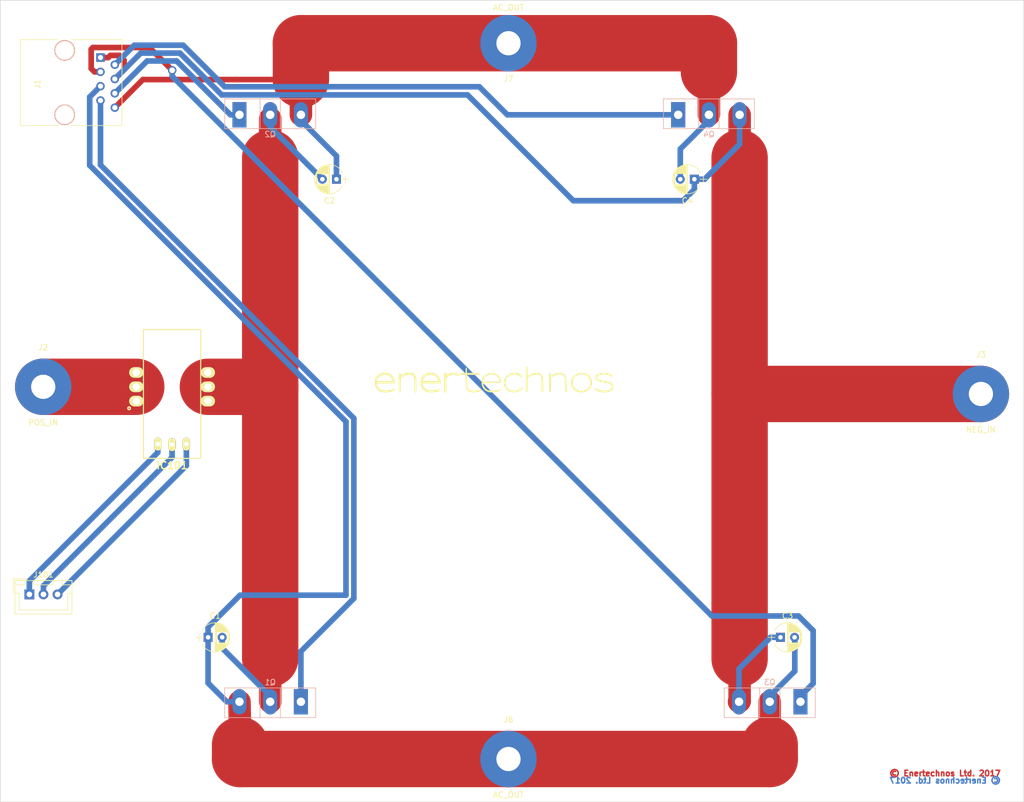
<source format=kicad_pcb>
(kicad_pcb (version 4) (host pcbnew 4.0.7)

  (general
    (links 0)
    (no_connects 4)
    (area 9.215716 13.81 220.980001 161.125)
    (thickness 1.6)
    (drawings 39)
    (tracks 121)
    (zones 0)
    (modules 20)
    (nets 13)
  )

  (page A4)
  (title_block
    (title "H-Bridge Power Board")
    (date 2017-12-14)
    (rev Rev3.3)
    (company "Enertechnos Ltd.")
    (comment 1 "FOR REVIEW")
  )

  (layers
    (0 F.Cu mixed)
    (31 B.Cu power)
    (32 B.Adhes user hide)
    (33 F.Adhes user hide)
    (34 B.Paste user hide)
    (35 F.Paste user hide)
    (36 B.SilkS user)
    (37 F.SilkS user)
    (38 B.Mask user hide)
    (39 F.Mask user)
    (40 Dwgs.User user hide)
    (41 Cmts.User user hide)
    (42 Eco1.User user hide)
    (43 Eco2.User user hide)
    (44 Edge.Cuts user)
    (45 Margin user hide)
    (46 B.CrtYd user hide)
    (47 F.CrtYd user hide)
    (48 B.Fab user hide)
    (49 F.Fab user hide)
  )

  (setup
    (last_trace_width 1)
    (trace_clearance 0.4)
    (zone_clearance 0.508)
    (zone_45_only no)
    (trace_min 0.2)
    (segment_width 0.2)
    (edge_width 0.1)
    (via_size 1.5)
    (via_drill 1)
    (via_min_size 0.4)
    (via_min_drill 0.3)
    (uvia_size 1)
    (uvia_drill 0.5)
    (uvias_allowed no)
    (uvia_min_size 0.2)
    (uvia_min_drill 0.1)
    (pcb_text_width 0.3)
    (pcb_text_size 1.5 1.5)
    (mod_edge_width 0.15)
    (mod_text_size 1 1)
    (mod_text_width 0.15)
    (pad_size 10 10)
    (pad_drill 4.3)
    (pad_to_mask_clearance 0)
    (aux_axis_origin 0 0)
    (visible_elements 7FFFEFFF)
    (pcbplotparams
      (layerselection 0x000f0_80000001)
      (usegerberextensions false)
      (excludeedgelayer true)
      (linewidth 0.100000)
      (plotframeref false)
      (viasonmask false)
      (mode 1)
      (useauxorigin false)
      (hpglpennumber 1)
      (hpglpenspeed 20)
      (hpglpendiameter 15)
      (hpglpenoverlay 2)
      (psnegative false)
      (psa4output false)
      (plotreference true)
      (plotvalue true)
      (plotinvisibletext false)
      (padsonsilk false)
      (subtractmaskfromsilk false)
      (outputformat 1)
      (mirror false)
      (drillshape 0)
      (scaleselection 1)
      (outputdirectory ""))
  )

  (net 0 "")
  (net 1 GND_ISO_1)
  (net 2 DRV_GATE_1)
  (net 3 DRV_GATE_2)
  (net 4 DRV_GATE_3)
  (net 5 DRV_GATE_4)
  (net 6 GND_ISO_3)
  (net 7 "/SinglePowerSwitch 1/DRAIN")
  (net 8 GND_ISO_2)
  (net 9 ARD_5V)
  (net 10 ARD_GND)
  (net 11 ARD_CUR)
  (net 12 "Net-(IC101-Pad1)")

  (net_class Default "This is the default net class."
    (clearance 0.4)
    (trace_width 1)
    (via_dia 1.5)
    (via_drill 1)
    (uvia_dia 1)
    (uvia_drill 0.5)
    (add_net "/SinglePowerSwitch 1/DRAIN")
    (add_net ARD_5V)
    (add_net ARD_CUR)
    (add_net ARD_GND)
    (add_net DRV_GATE_1)
    (add_net DRV_GATE_2)
    (add_net DRV_GATE_3)
    (add_net DRV_GATE_4)
    (add_net GND_ISO_1)
    (add_net GND_ISO_2)
    (add_net GND_ISO_3)
    (add_net "Net-(IC101-Pad1)")
  )

  (net_class Power ""
    (clearance 1.5)
    (trace_width 5)
    (via_dia 1.5)
    (via_drill 1)
    (uvia_dia 1)
    (uvia_drill 0.5)
  )

  (module PartsLibraries:RJ45 (layer F.Cu) (tedit 59511D7C) (tstamp 5A29397D)
    (at 52.07 27.94 270)
    (tags RJ45)
    (path /59AED755)
    (fp_text reference J1 (at 4.7 11.18 270) (layer F.SilkS)
      (effects (font (size 1 1) (thickness 0.15)))
    )
    (fp_text value RJ45 (at 4.59 6.25 270) (layer F.Fab)
      (effects (font (size 1 1) (thickness 0.15)))
    )
    (fp_line (start -3.17 14.22) (end 12.07 14.22) (layer F.SilkS) (width 0.12))
    (fp_line (start 12.07 -3.81) (end 12.06 5.18) (layer F.SilkS) (width 0.12))
    (fp_line (start 12.07 -3.81) (end -3.17 -3.81) (layer F.SilkS) (width 0.12))
    (fp_line (start -3.17 -3.81) (end -3.17 5.19) (layer F.SilkS) (width 0.12))
    (fp_line (start 12.06 7.52) (end 12.07 14.22) (layer F.SilkS) (width 0.12))
    (fp_line (start -3.17 7.51) (end -3.17 14.22) (layer F.SilkS) (width 0.12))
    (fp_line (start -3.56 -4.06) (end 12.46 -4.06) (layer F.CrtYd) (width 0.05))
    (fp_line (start -3.56 -4.06) (end -3.56 14.47) (layer F.CrtYd) (width 0.05))
    (fp_line (start 12.46 14.47) (end 12.46 -4.06) (layer F.CrtYd) (width 0.05))
    (fp_line (start 12.46 14.47) (end -3.56 14.47) (layer F.CrtYd) (width 0.05))
    (pad "" np_thru_hole circle (at 10.16 6.35 270) (size 3.65 3.65) (drill 3.25) (layers *.Cu *.SilkS *.Mask))
    (pad "" np_thru_hole circle (at -1.27 6.35 270) (size 3.65 3.65) (drill 3.25) (layers *.Cu *.SilkS *.Mask))
    (pad 1 thru_hole rect (at 0 0 270) (size 1.5 1.5) (drill 0.9) (layers *.Cu *.Mask)
      (net 6 GND_ISO_3))
    (pad 2 thru_hole circle (at 1.27 -2.54 270) (size 1.5 1.5) (drill 0.9) (layers *.Cu *.Mask)
      (net 5 DRV_GATE_4))
    (pad 3 thru_hole circle (at 2.54 0 270) (size 1.5 1.5) (drill 0.9) (layers *.Cu *.Mask)
      (net 4 DRV_GATE_3))
    (pad 4 thru_hole circle (at 3.81 -2.54 270) (size 1.5 1.5) (drill 0.9) (layers *.Cu *.Mask)
      (net 6 GND_ISO_3))
    (pad 5 thru_hole circle (at 5.08 0 270) (size 1.5 1.5) (drill 0.9) (layers *.Cu *.Mask)
      (net 1 GND_ISO_1))
    (pad 6 thru_hole circle (at 6.35 -2.54 270) (size 1.5 1.5) (drill 0.9) (layers *.Cu *.Mask)
      (net 3 DRV_GATE_2))
    (pad 7 thru_hole circle (at 7.62 0 270) (size 1.5 1.5) (drill 0.9) (layers *.Cu *.Mask)
      (net 2 DRV_GATE_1))
    (pad 8 thru_hole circle (at 8.89 -2.54 270) (size 1.5 1.5) (drill 0.9) (layers *.Cu *.Mask)
      (net 8 GND_ISO_2))
    (model ../../../../../../Development/multilevelinverter/Hardware/3D/RJ45.wrl
      (at (xyz 0.175 -0.667 0.3))
      (scale (xyz 10 10 10))
      (rotate (xyz 270 0 0))
    )
  )

  (module PartsLibraries:PowerConnectorRound (layer F.Cu) (tedit 5A2985A4) (tstamp 5A291ED2)
    (at 124.46 152.4 90)
    (path /59AEFF90)
    (fp_text reference J6 (at 6.985 0 180) (layer F.SilkS)
      (effects (font (size 1 1) (thickness 0.15)))
    )
    (fp_text value AC_OUT (at -6.35 0 180) (layer F.SilkS)
      (effects (font (size 1 1) (thickness 0.15)))
    )
    (pad 1 thru_hole circle (at 0 0 90) (size 10 10) (drill 4.3) (layers *.Cu *.Mask)
      (net 1 GND_ISO_1))
  )

  (module PartsLibraries:PowerConnectorRound (layer F.Cu) (tedit 5A298574) (tstamp 5A291ED7)
    (at 124.46 25.4 90)
    (path /59AFA697)
    (fp_text reference J7 (at -6.35 0 180) (layer F.SilkS)
      (effects (font (size 1 1) (thickness 0.15)))
    )
    (fp_text value AC_OUT (at 6.35 0 360) (layer F.SilkS)
      (effects (font (size 1 1) (thickness 0.15)))
    )
    (pad 1 thru_hole circle (at 0 0 90) (size 10 10) (drill 4.3) (layers *.Cu *.Mask)
      (net 8 GND_ISO_2))
  )

  (module PartsLibraries:PowerConnectorRound (layer F.Cu) (tedit 5A298643) (tstamp 5A291ECD)
    (at 208.28 83.63 90)
    (path /5A28246C)
    (fp_text reference J3 (at 2.985 0 180) (layer F.SilkS)
      (effects (font (size 1 1) (thickness 0.15)))
    )
    (fp_text value NEG_IN (at -10.35 0 180) (layer F.SilkS)
      (effects (font (size 1 1) (thickness 0.15)))
    )
    (pad 1 thru_hole circle (at -4 0 90) (size 10 10) (drill 4.3) (layers *.Cu *.Mask)
      (net 6 GND_ISO_3))
  )

  (module PartsLibraries:PowerConnectorRound (layer F.Cu) (tedit 5A29863E) (tstamp 5A291EC8)
    (at 41.91 83.63 90)
    (path /5A28227C)
    (fp_text reference J2 (at 4.255 0 180) (layer F.SilkS)
      (effects (font (size 1 1) (thickness 0.15)))
    )
    (fp_text value POS_IN (at -9.08 0 180) (layer F.SilkS)
      (effects (font (size 1 1) (thickness 0.15)))
    )
    (pad 1 thru_hole circle (at -2.73 0 90) (size 10 10) (drill 4.3) (layers *.Cu *.Mask)
      (net 12 "Net-(IC101-Pad1)"))
  )

  (module Mounting_Holes:MountingHole_4.3mm_M4 (layer F.Cu) (tedit 5A27F79F) (tstamp 5A2955FA)
    (at 181.61 123.19 180)
    (descr "Mounting Hole 4.3mm, no annular, M4")
    (tags "mounting hole 4.3mm no annular m4")
    (attr virtual)
    (fp_text reference "" (at 0 -5.3 180) (layer F.SilkS)
      (effects (font (size 1 1) (thickness 0.15)))
    )
    (fp_text value MountingHole_4.3mm_M4 (at 0 5.3 180) (layer F.Fab)
      (effects (font (size 1 1) (thickness 0.15)))
    )
    (fp_text user %R (at 0.3 0 180) (layer F.Fab)
      (effects (font (size 1 1) (thickness 0.15)))
    )
    (fp_circle (center 0 0) (end 4.3 0) (layer Cmts.User) (width 0.15))
    (fp_circle (center 0 0) (end 4.55 0) (layer F.CrtYd) (width 0.05))
    (pad 1 np_thru_hole circle (at 0 0 180) (size 4.3 4.3) (drill 4.3) (layers *.Cu *.Mask))
  )

  (module TO_SOT_Packages_THT:TO-247_TO-3P_Vertical (layer B.Cu) (tedit 58CE52AE) (tstamp 59AF0986)
    (at 76.73 38.1)
    (descr "TO-247, Vertical, RM 5.45mm, TO-3P")
    (tags "TO-247 Vertical RM 5.45mm TO-3P")
    (path /59AEEDCB/59AEE014)
    (fp_text reference Q2 (at 5.45 3.45) (layer B.SilkS)
      (effects (font (size 1 1) (thickness 0.15)) (justify mirror))
    )
    (fp_text value RFP12N10L (at 5.45 -6.07) (layer B.Fab)
      (effects (font (size 1 1) (thickness 0.15)) (justify mirror))
    )
    (fp_text user %R (at 5.45 3.45) (layer B.Fab)
      (effects (font (size 1 1) (thickness 0.15)) (justify mirror))
    )
    (fp_line (start -2.5 2.33) (end -2.5 -2.7) (layer B.Fab) (width 0.1))
    (fp_line (start -2.5 -2.7) (end 13.4 -2.7) (layer B.Fab) (width 0.1))
    (fp_line (start 13.4 -2.7) (end 13.4 2.33) (layer B.Fab) (width 0.1))
    (fp_line (start 13.4 2.33) (end -2.5 2.33) (layer B.Fab) (width 0.1))
    (fp_line (start 3.645 2.33) (end 3.645 -2.7) (layer B.Fab) (width 0.1))
    (fp_line (start 7.255 2.33) (end 7.255 -2.7) (layer B.Fab) (width 0.1))
    (fp_line (start -2.62 2.451) (end 13.52 2.451) (layer B.SilkS) (width 0.12))
    (fp_line (start -2.62 -2.82) (end 13.52 -2.82) (layer B.SilkS) (width 0.12))
    (fp_line (start -2.62 2.451) (end -2.62 -2.82) (layer B.SilkS) (width 0.12))
    (fp_line (start 13.52 2.451) (end 13.52 -2.82) (layer B.SilkS) (width 0.12))
    (fp_line (start 3.646 2.451) (end 3.646 -2.82) (layer B.SilkS) (width 0.12))
    (fp_line (start 7.255 2.451) (end 7.255 -2.82) (layer B.SilkS) (width 0.12))
    (fp_line (start -2.75 2.59) (end -2.75 -2.95) (layer B.CrtYd) (width 0.05))
    (fp_line (start -2.75 -2.95) (end 13.65 -2.95) (layer B.CrtYd) (width 0.05))
    (fp_line (start 13.65 -2.95) (end 13.65 2.59) (layer B.CrtYd) (width 0.05))
    (fp_line (start 13.65 2.59) (end -2.75 2.59) (layer B.CrtYd) (width 0.05))
    (pad 1 thru_hole rect (at 0 0) (size 2.5 4.5) (drill 1.5) (layers *.Cu *.Mask)
      (net 3 DRV_GATE_2))
    (pad 2 thru_hole oval (at 5.45 0) (size 2.5 4.5) (drill 1.5) (layers *.Cu *.Mask)
      (net 7 "/SinglePowerSwitch 1/DRAIN"))
    (pad 3 thru_hole oval (at 10.9 0) (size 2.5 4.5) (drill 1.5) (layers *.Cu *.Mask)
      (net 8 GND_ISO_2))
    (model ${KISYS3DMOD}/TO_SOT_Packages_THT.3dshapes/TO-247_TO-3P_Vertical.wrl
      (at (xyz 0.212598 0 0))
      (scale (xyz 1 1 1))
      (rotate (xyz 0 0 0))
    )
  )

  (module Mounting_Holes:MountingHole_4.3mm_M4 (layer F.Cu) (tedit 5A27F79F) (tstamp 5A172C67)
    (at 181.61 54.61 180)
    (descr "Mounting Hole 4.3mm, no annular, M4")
    (tags "mounting hole 4.3mm no annular m4")
    (attr virtual)
    (fp_text reference "" (at 0 -5.3 180) (layer F.SilkS)
      (effects (font (size 1 1) (thickness 0.15)))
    )
    (fp_text value MountingHole_4.3mm_M4 (at 0 5.3 180) (layer F.Fab)
      (effects (font (size 1 1) (thickness 0.15)))
    )
    (fp_text user %R (at 0.3 0 180) (layer F.Fab)
      (effects (font (size 1 1) (thickness 0.15)))
    )
    (fp_circle (center 0 0) (end 4.3 0) (layer Cmts.User) (width 0.15))
    (fp_circle (center 0 0) (end 4.55 0) (layer F.CrtYd) (width 0.05))
    (pad 1 np_thru_hole circle (at 0 0 180) (size 4.3 4.3) (drill 4.3) (layers *.Cu *.Mask))
  )

  (module PartsLibraries:CP_Radial_D5.0mm_P2.50mm (layer F.Cu) (tedit 597BC7C2) (tstamp 59AF0722)
    (at 71.16 130.81)
    (descr "CP, Radial series, Radial, pin pitch=2.50mm, , diameter=5mm, Electrolytic Capacitor")
    (tags "CP Radial series Radial pin pitch 2.50mm  diameter 5mm Electrolytic Capacitor")
    (path /59AEDD49/59AEE01D)
    (fp_text reference C1 (at 1.25 -3.81) (layer F.SilkS)
      (effects (font (size 1 1) (thickness 0.15)))
    )
    (fp_text value C (at 1.25 3.81) (layer F.Fab)
      (effects (font (size 1 1) (thickness 0.15)))
    )
    (fp_arc (start 1.25 0) (end -1.05558 -1.18) (angle 125.8) (layer F.SilkS) (width 0.12))
    (fp_arc (start 1.25 0) (end -1.05558 1.18) (angle -125.8) (layer F.SilkS) (width 0.12))
    (fp_arc (start 1.25 0) (end 3.55558 -1.18) (angle 54.2) (layer F.SilkS) (width 0.12))
    (fp_circle (center 1.25 0) (end 3.75 0) (layer F.Fab) (width 0.1))
    (fp_line (start -2.2 0) (end -1 0) (layer F.Fab) (width 0.1))
    (fp_line (start -1.6 -0.65) (end -1.6 0.65) (layer F.Fab) (width 0.1))
    (fp_line (start 1.25 -2.55) (end 1.25 2.55) (layer F.SilkS) (width 0.12))
    (fp_line (start 1.29 -2.55) (end 1.29 2.55) (layer F.SilkS) (width 0.12))
    (fp_line (start 1.33 -2.549) (end 1.33 2.549) (layer F.SilkS) (width 0.12))
    (fp_line (start 1.37 -2.548) (end 1.37 2.548) (layer F.SilkS) (width 0.12))
    (fp_line (start 1.41 -2.546) (end 1.41 2.546) (layer F.SilkS) (width 0.12))
    (fp_line (start 1.45 -2.543) (end 1.45 2.543) (layer F.SilkS) (width 0.12))
    (fp_line (start 1.49 -2.539) (end 1.49 2.539) (layer F.SilkS) (width 0.12))
    (fp_line (start 1.53 -2.535) (end 1.53 -0.98) (layer F.SilkS) (width 0.12))
    (fp_line (start 1.53 0.98) (end 1.53 2.535) (layer F.SilkS) (width 0.12))
    (fp_line (start 1.57 -2.531) (end 1.57 -0.98) (layer F.SilkS) (width 0.12))
    (fp_line (start 1.57 0.98) (end 1.57 2.531) (layer F.SilkS) (width 0.12))
    (fp_line (start 1.61 -2.525) (end 1.61 -0.98) (layer F.SilkS) (width 0.12))
    (fp_line (start 1.61 0.98) (end 1.61 2.525) (layer F.SilkS) (width 0.12))
    (fp_line (start 1.65 -2.519) (end 1.65 -0.98) (layer F.SilkS) (width 0.12))
    (fp_line (start 1.65 0.98) (end 1.65 2.519) (layer F.SilkS) (width 0.12))
    (fp_line (start 1.69 -2.513) (end 1.69 -0.98) (layer F.SilkS) (width 0.12))
    (fp_line (start 1.69 0.98) (end 1.69 2.513) (layer F.SilkS) (width 0.12))
    (fp_line (start 1.73 -2.506) (end 1.73 -0.98) (layer F.SilkS) (width 0.12))
    (fp_line (start 1.73 0.98) (end 1.73 2.506) (layer F.SilkS) (width 0.12))
    (fp_line (start 1.77 -2.498) (end 1.77 -0.98) (layer F.SilkS) (width 0.12))
    (fp_line (start 1.77 0.98) (end 1.77 2.498) (layer F.SilkS) (width 0.12))
    (fp_line (start 1.81 -2.489) (end 1.81 -0.98) (layer F.SilkS) (width 0.12))
    (fp_line (start 1.81 0.98) (end 1.81 2.489) (layer F.SilkS) (width 0.12))
    (fp_line (start 1.85 -2.48) (end 1.85 -0.98) (layer F.SilkS) (width 0.12))
    (fp_line (start 1.85 0.98) (end 1.85 2.48) (layer F.SilkS) (width 0.12))
    (fp_line (start 1.89 -2.47) (end 1.89 -0.98) (layer F.SilkS) (width 0.12))
    (fp_line (start 1.89 0.98) (end 1.89 2.47) (layer F.SilkS) (width 0.12))
    (fp_line (start 1.93 -2.46) (end 1.93 -0.98) (layer F.SilkS) (width 0.12))
    (fp_line (start 1.93 0.98) (end 1.93 2.46) (layer F.SilkS) (width 0.12))
    (fp_line (start 1.971 -2.448) (end 1.971 -0.98) (layer F.SilkS) (width 0.12))
    (fp_line (start 1.971 0.98) (end 1.971 2.448) (layer F.SilkS) (width 0.12))
    (fp_line (start 2.011 -2.436) (end 2.011 -0.98) (layer F.SilkS) (width 0.12))
    (fp_line (start 2.011 0.98) (end 2.011 2.436) (layer F.SilkS) (width 0.12))
    (fp_line (start 2.051 -2.424) (end 2.051 -0.98) (layer F.SilkS) (width 0.12))
    (fp_line (start 2.051 0.98) (end 2.051 2.424) (layer F.SilkS) (width 0.12))
    (fp_line (start 2.091 -2.41) (end 2.091 -0.98) (layer F.SilkS) (width 0.12))
    (fp_line (start 2.091 0.98) (end 2.091 2.41) (layer F.SilkS) (width 0.12))
    (fp_line (start 2.131 -2.396) (end 2.131 -0.98) (layer F.SilkS) (width 0.12))
    (fp_line (start 2.131 0.98) (end 2.131 2.396) (layer F.SilkS) (width 0.12))
    (fp_line (start 2.171 -2.382) (end 2.171 -0.98) (layer F.SilkS) (width 0.12))
    (fp_line (start 2.171 0.98) (end 2.171 2.382) (layer F.SilkS) (width 0.12))
    (fp_line (start 2.211 -2.366) (end 2.211 -0.98) (layer F.SilkS) (width 0.12))
    (fp_line (start 2.211 0.98) (end 2.211 2.366) (layer F.SilkS) (width 0.12))
    (fp_line (start 2.251 -2.35) (end 2.251 -0.98) (layer F.SilkS) (width 0.12))
    (fp_line (start 2.251 0.98) (end 2.251 2.35) (layer F.SilkS) (width 0.12))
    (fp_line (start 2.291 -2.333) (end 2.291 -0.98) (layer F.SilkS) (width 0.12))
    (fp_line (start 2.291 0.98) (end 2.291 2.333) (layer F.SilkS) (width 0.12))
    (fp_line (start 2.331 -2.315) (end 2.331 -0.98) (layer F.SilkS) (width 0.12))
    (fp_line (start 2.331 0.98) (end 2.331 2.315) (layer F.SilkS) (width 0.12))
    (fp_line (start 2.371 -2.296) (end 2.371 -0.98) (layer F.SilkS) (width 0.12))
    (fp_line (start 2.371 0.98) (end 2.371 2.296) (layer F.SilkS) (width 0.12))
    (fp_line (start 2.411 -2.276) (end 2.411 -0.98) (layer F.SilkS) (width 0.12))
    (fp_line (start 2.411 0.98) (end 2.411 2.276) (layer F.SilkS) (width 0.12))
    (fp_line (start 2.451 -2.256) (end 2.451 -0.98) (layer F.SilkS) (width 0.12))
    (fp_line (start 2.451 0.98) (end 2.451 2.256) (layer F.SilkS) (width 0.12))
    (fp_line (start 2.491 -2.234) (end 2.491 -0.98) (layer F.SilkS) (width 0.12))
    (fp_line (start 2.491 0.98) (end 2.491 2.234) (layer F.SilkS) (width 0.12))
    (fp_line (start 2.531 -2.212) (end 2.531 -0.98) (layer F.SilkS) (width 0.12))
    (fp_line (start 2.531 0.98) (end 2.531 2.212) (layer F.SilkS) (width 0.12))
    (fp_line (start 2.571 -2.189) (end 2.571 -0.98) (layer F.SilkS) (width 0.12))
    (fp_line (start 2.571 0.98) (end 2.571 2.189) (layer F.SilkS) (width 0.12))
    (fp_line (start 2.611 -2.165) (end 2.611 -0.98) (layer F.SilkS) (width 0.12))
    (fp_line (start 2.611 0.98) (end 2.611 2.165) (layer F.SilkS) (width 0.12))
    (fp_line (start 2.651 -2.14) (end 2.651 -0.98) (layer F.SilkS) (width 0.12))
    (fp_line (start 2.651 0.98) (end 2.651 2.14) (layer F.SilkS) (width 0.12))
    (fp_line (start 2.691 -2.113) (end 2.691 -0.98) (layer F.SilkS) (width 0.12))
    (fp_line (start 2.691 0.98) (end 2.691 2.113) (layer F.SilkS) (width 0.12))
    (fp_line (start 2.731 -2.086) (end 2.731 -0.98) (layer F.SilkS) (width 0.12))
    (fp_line (start 2.731 0.98) (end 2.731 2.086) (layer F.SilkS) (width 0.12))
    (fp_line (start 2.771 -2.058) (end 2.771 -0.98) (layer F.SilkS) (width 0.12))
    (fp_line (start 2.771 0.98) (end 2.771 2.058) (layer F.SilkS) (width 0.12))
    (fp_line (start 2.811 -2.028) (end 2.811 -0.98) (layer F.SilkS) (width 0.12))
    (fp_line (start 2.811 0.98) (end 2.811 2.028) (layer F.SilkS) (width 0.12))
    (fp_line (start 2.851 -1.997) (end 2.851 -0.98) (layer F.SilkS) (width 0.12))
    (fp_line (start 2.851 0.98) (end 2.851 1.997) (layer F.SilkS) (width 0.12))
    (fp_line (start 2.891 -1.965) (end 2.891 -0.98) (layer F.SilkS) (width 0.12))
    (fp_line (start 2.891 0.98) (end 2.891 1.965) (layer F.SilkS) (width 0.12))
    (fp_line (start 2.931 -1.932) (end 2.931 -0.98) (layer F.SilkS) (width 0.12))
    (fp_line (start 2.931 0.98) (end 2.931 1.932) (layer F.SilkS) (width 0.12))
    (fp_line (start 2.971 -1.897) (end 2.971 -0.98) (layer F.SilkS) (width 0.12))
    (fp_line (start 2.971 0.98) (end 2.971 1.897) (layer F.SilkS) (width 0.12))
    (fp_line (start 3.011 -1.861) (end 3.011 -0.98) (layer F.SilkS) (width 0.12))
    (fp_line (start 3.011 0.98) (end 3.011 1.861) (layer F.SilkS) (width 0.12))
    (fp_line (start 3.051 -1.823) (end 3.051 -0.98) (layer F.SilkS) (width 0.12))
    (fp_line (start 3.051 0.98) (end 3.051 1.823) (layer F.SilkS) (width 0.12))
    (fp_line (start 3.091 -1.783) (end 3.091 -0.98) (layer F.SilkS) (width 0.12))
    (fp_line (start 3.091 0.98) (end 3.091 1.783) (layer F.SilkS) (width 0.12))
    (fp_line (start 3.131 -1.742) (end 3.131 -0.98) (layer F.SilkS) (width 0.12))
    (fp_line (start 3.131 0.98) (end 3.131 1.742) (layer F.SilkS) (width 0.12))
    (fp_line (start 3.171 -1.699) (end 3.171 -0.98) (layer F.SilkS) (width 0.12))
    (fp_line (start 3.171 0.98) (end 3.171 1.699) (layer F.SilkS) (width 0.12))
    (fp_line (start 3.211 -1.654) (end 3.211 -0.98) (layer F.SilkS) (width 0.12))
    (fp_line (start 3.211 0.98) (end 3.211 1.654) (layer F.SilkS) (width 0.12))
    (fp_line (start 3.251 -1.606) (end 3.251 -0.98) (layer F.SilkS) (width 0.12))
    (fp_line (start 3.251 0.98) (end 3.251 1.606) (layer F.SilkS) (width 0.12))
    (fp_line (start 3.291 -1.556) (end 3.291 -0.98) (layer F.SilkS) (width 0.12))
    (fp_line (start 3.291 0.98) (end 3.291 1.556) (layer F.SilkS) (width 0.12))
    (fp_line (start 3.331 -1.504) (end 3.331 -0.98) (layer F.SilkS) (width 0.12))
    (fp_line (start 3.331 0.98) (end 3.331 1.504) (layer F.SilkS) (width 0.12))
    (fp_line (start 3.371 -1.448) (end 3.371 -0.98) (layer F.SilkS) (width 0.12))
    (fp_line (start 3.371 0.98) (end 3.371 1.448) (layer F.SilkS) (width 0.12))
    (fp_line (start 3.411 -1.39) (end 3.411 -0.98) (layer F.SilkS) (width 0.12))
    (fp_line (start 3.411 0.98) (end 3.411 1.39) (layer F.SilkS) (width 0.12))
    (fp_line (start 3.451 -1.327) (end 3.451 -0.98) (layer F.SilkS) (width 0.12))
    (fp_line (start 3.451 0.98) (end 3.451 1.327) (layer F.SilkS) (width 0.12))
    (fp_line (start 3.491 -1.261) (end 3.491 1.261) (layer F.SilkS) (width 0.12))
    (fp_line (start 3.531 -1.189) (end 3.531 1.189) (layer F.SilkS) (width 0.12))
    (fp_line (start 3.571 -1.112) (end 3.571 1.112) (layer F.SilkS) (width 0.12))
    (fp_line (start 3.611 -1.028) (end 3.611 1.028) (layer F.SilkS) (width 0.12))
    (fp_line (start 3.651 -0.934) (end 3.651 0.934) (layer F.SilkS) (width 0.12))
    (fp_line (start 3.691 -0.829) (end 3.691 0.829) (layer F.SilkS) (width 0.12))
    (fp_line (start 3.731 -0.707) (end 3.731 0.707) (layer F.SilkS) (width 0.12))
    (fp_line (start 3.771 -0.559) (end 3.771 0.559) (layer F.SilkS) (width 0.12))
    (fp_line (start 3.811 -0.354) (end 3.811 0.354) (layer F.SilkS) (width 0.12))
    (fp_line (start -2.2 0) (end -1 0) (layer F.SilkS) (width 0.12))
    (fp_line (start -1.6 -0.65) (end -1.6 0.65) (layer F.SilkS) (width 0.12))
    (fp_line (start -1.6 -2.85) (end -1.6 2.85) (layer F.CrtYd) (width 0.05))
    (fp_line (start -1.6 2.85) (end 4.1 2.85) (layer F.CrtYd) (width 0.05))
    (fp_line (start 4.1 2.85) (end 4.1 -2.85) (layer F.CrtYd) (width 0.05))
    (fp_line (start 4.1 -2.85) (end -1.6 -2.85) (layer F.CrtYd) (width 0.05))
    (fp_text user %R (at 1.25 0) (layer F.Fab)
      (effects (font (size 1 1) (thickness 0.15)))
    )
    (pad 1 thru_hole rect (at 0 0) (size 1.6 1.6) (drill 0.8) (layers *.Cu *.Mask)
      (net 1 GND_ISO_1))
    (pad 2 thru_hole circle (at 2.5 0) (size 1.6 1.6) (drill 0.8) (layers *.Cu *.Mask)
      (net 7 "/SinglePowerSwitch 1/DRAIN"))
    (model ${KISYS3DMOD}/Capacitors_THT.3dshapes/CP_Radial_D5.0mm_P2.50mm.wrl
      (at (xyz 0 0 0))
      (scale (xyz 1 1 1))
      (rotate (xyz 0 0 0))
    )
  )

  (module PartsLibraries:CP_Radial_D5.0mm_P2.50mm (layer F.Cu) (tedit 597BC7C2) (tstamp 59AF082C)
    (at 172.72 130.81)
    (descr "CP, Radial series, Radial, pin pitch=2.50mm, , diameter=5mm, Electrolytic Capacitor")
    (tags "CP Radial series Radial pin pitch 2.50mm  diameter 5mm Electrolytic Capacitor")
    (path /59AEEFC6/59AEE01D)
    (fp_text reference C3 (at 1.25 -3.81) (layer F.SilkS)
      (effects (font (size 1 1) (thickness 0.15)))
    )
    (fp_text value C (at 1.25 3.81) (layer F.Fab)
      (effects (font (size 1 1) (thickness 0.15)))
    )
    (fp_arc (start 1.25 0) (end -1.05558 -1.18) (angle 125.8) (layer F.SilkS) (width 0.12))
    (fp_arc (start 1.25 0) (end -1.05558 1.18) (angle -125.8) (layer F.SilkS) (width 0.12))
    (fp_arc (start 1.25 0) (end 3.55558 -1.18) (angle 54.2) (layer F.SilkS) (width 0.12))
    (fp_circle (center 1.25 0) (end 3.75 0) (layer F.Fab) (width 0.1))
    (fp_line (start -2.2 0) (end -1 0) (layer F.Fab) (width 0.1))
    (fp_line (start -1.6 -0.65) (end -1.6 0.65) (layer F.Fab) (width 0.1))
    (fp_line (start 1.25 -2.55) (end 1.25 2.55) (layer F.SilkS) (width 0.12))
    (fp_line (start 1.29 -2.55) (end 1.29 2.55) (layer F.SilkS) (width 0.12))
    (fp_line (start 1.33 -2.549) (end 1.33 2.549) (layer F.SilkS) (width 0.12))
    (fp_line (start 1.37 -2.548) (end 1.37 2.548) (layer F.SilkS) (width 0.12))
    (fp_line (start 1.41 -2.546) (end 1.41 2.546) (layer F.SilkS) (width 0.12))
    (fp_line (start 1.45 -2.543) (end 1.45 2.543) (layer F.SilkS) (width 0.12))
    (fp_line (start 1.49 -2.539) (end 1.49 2.539) (layer F.SilkS) (width 0.12))
    (fp_line (start 1.53 -2.535) (end 1.53 -0.98) (layer F.SilkS) (width 0.12))
    (fp_line (start 1.53 0.98) (end 1.53 2.535) (layer F.SilkS) (width 0.12))
    (fp_line (start 1.57 -2.531) (end 1.57 -0.98) (layer F.SilkS) (width 0.12))
    (fp_line (start 1.57 0.98) (end 1.57 2.531) (layer F.SilkS) (width 0.12))
    (fp_line (start 1.61 -2.525) (end 1.61 -0.98) (layer F.SilkS) (width 0.12))
    (fp_line (start 1.61 0.98) (end 1.61 2.525) (layer F.SilkS) (width 0.12))
    (fp_line (start 1.65 -2.519) (end 1.65 -0.98) (layer F.SilkS) (width 0.12))
    (fp_line (start 1.65 0.98) (end 1.65 2.519) (layer F.SilkS) (width 0.12))
    (fp_line (start 1.69 -2.513) (end 1.69 -0.98) (layer F.SilkS) (width 0.12))
    (fp_line (start 1.69 0.98) (end 1.69 2.513) (layer F.SilkS) (width 0.12))
    (fp_line (start 1.73 -2.506) (end 1.73 -0.98) (layer F.SilkS) (width 0.12))
    (fp_line (start 1.73 0.98) (end 1.73 2.506) (layer F.SilkS) (width 0.12))
    (fp_line (start 1.77 -2.498) (end 1.77 -0.98) (layer F.SilkS) (width 0.12))
    (fp_line (start 1.77 0.98) (end 1.77 2.498) (layer F.SilkS) (width 0.12))
    (fp_line (start 1.81 -2.489) (end 1.81 -0.98) (layer F.SilkS) (width 0.12))
    (fp_line (start 1.81 0.98) (end 1.81 2.489) (layer F.SilkS) (width 0.12))
    (fp_line (start 1.85 -2.48) (end 1.85 -0.98) (layer F.SilkS) (width 0.12))
    (fp_line (start 1.85 0.98) (end 1.85 2.48) (layer F.SilkS) (width 0.12))
    (fp_line (start 1.89 -2.47) (end 1.89 -0.98) (layer F.SilkS) (width 0.12))
    (fp_line (start 1.89 0.98) (end 1.89 2.47) (layer F.SilkS) (width 0.12))
    (fp_line (start 1.93 -2.46) (end 1.93 -0.98) (layer F.SilkS) (width 0.12))
    (fp_line (start 1.93 0.98) (end 1.93 2.46) (layer F.SilkS) (width 0.12))
    (fp_line (start 1.971 -2.448) (end 1.971 -0.98) (layer F.SilkS) (width 0.12))
    (fp_line (start 1.971 0.98) (end 1.971 2.448) (layer F.SilkS) (width 0.12))
    (fp_line (start 2.011 -2.436) (end 2.011 -0.98) (layer F.SilkS) (width 0.12))
    (fp_line (start 2.011 0.98) (end 2.011 2.436) (layer F.SilkS) (width 0.12))
    (fp_line (start 2.051 -2.424) (end 2.051 -0.98) (layer F.SilkS) (width 0.12))
    (fp_line (start 2.051 0.98) (end 2.051 2.424) (layer F.SilkS) (width 0.12))
    (fp_line (start 2.091 -2.41) (end 2.091 -0.98) (layer F.SilkS) (width 0.12))
    (fp_line (start 2.091 0.98) (end 2.091 2.41) (layer F.SilkS) (width 0.12))
    (fp_line (start 2.131 -2.396) (end 2.131 -0.98) (layer F.SilkS) (width 0.12))
    (fp_line (start 2.131 0.98) (end 2.131 2.396) (layer F.SilkS) (width 0.12))
    (fp_line (start 2.171 -2.382) (end 2.171 -0.98) (layer F.SilkS) (width 0.12))
    (fp_line (start 2.171 0.98) (end 2.171 2.382) (layer F.SilkS) (width 0.12))
    (fp_line (start 2.211 -2.366) (end 2.211 -0.98) (layer F.SilkS) (width 0.12))
    (fp_line (start 2.211 0.98) (end 2.211 2.366) (layer F.SilkS) (width 0.12))
    (fp_line (start 2.251 -2.35) (end 2.251 -0.98) (layer F.SilkS) (width 0.12))
    (fp_line (start 2.251 0.98) (end 2.251 2.35) (layer F.SilkS) (width 0.12))
    (fp_line (start 2.291 -2.333) (end 2.291 -0.98) (layer F.SilkS) (width 0.12))
    (fp_line (start 2.291 0.98) (end 2.291 2.333) (layer F.SilkS) (width 0.12))
    (fp_line (start 2.331 -2.315) (end 2.331 -0.98) (layer F.SilkS) (width 0.12))
    (fp_line (start 2.331 0.98) (end 2.331 2.315) (layer F.SilkS) (width 0.12))
    (fp_line (start 2.371 -2.296) (end 2.371 -0.98) (layer F.SilkS) (width 0.12))
    (fp_line (start 2.371 0.98) (end 2.371 2.296) (layer F.SilkS) (width 0.12))
    (fp_line (start 2.411 -2.276) (end 2.411 -0.98) (layer F.SilkS) (width 0.12))
    (fp_line (start 2.411 0.98) (end 2.411 2.276) (layer F.SilkS) (width 0.12))
    (fp_line (start 2.451 -2.256) (end 2.451 -0.98) (layer F.SilkS) (width 0.12))
    (fp_line (start 2.451 0.98) (end 2.451 2.256) (layer F.SilkS) (width 0.12))
    (fp_line (start 2.491 -2.234) (end 2.491 -0.98) (layer F.SilkS) (width 0.12))
    (fp_line (start 2.491 0.98) (end 2.491 2.234) (layer F.SilkS) (width 0.12))
    (fp_line (start 2.531 -2.212) (end 2.531 -0.98) (layer F.SilkS) (width 0.12))
    (fp_line (start 2.531 0.98) (end 2.531 2.212) (layer F.SilkS) (width 0.12))
    (fp_line (start 2.571 -2.189) (end 2.571 -0.98) (layer F.SilkS) (width 0.12))
    (fp_line (start 2.571 0.98) (end 2.571 2.189) (layer F.SilkS) (width 0.12))
    (fp_line (start 2.611 -2.165) (end 2.611 -0.98) (layer F.SilkS) (width 0.12))
    (fp_line (start 2.611 0.98) (end 2.611 2.165) (layer F.SilkS) (width 0.12))
    (fp_line (start 2.651 -2.14) (end 2.651 -0.98) (layer F.SilkS) (width 0.12))
    (fp_line (start 2.651 0.98) (end 2.651 2.14) (layer F.SilkS) (width 0.12))
    (fp_line (start 2.691 -2.113) (end 2.691 -0.98) (layer F.SilkS) (width 0.12))
    (fp_line (start 2.691 0.98) (end 2.691 2.113) (layer F.SilkS) (width 0.12))
    (fp_line (start 2.731 -2.086) (end 2.731 -0.98) (layer F.SilkS) (width 0.12))
    (fp_line (start 2.731 0.98) (end 2.731 2.086) (layer F.SilkS) (width 0.12))
    (fp_line (start 2.771 -2.058) (end 2.771 -0.98) (layer F.SilkS) (width 0.12))
    (fp_line (start 2.771 0.98) (end 2.771 2.058) (layer F.SilkS) (width 0.12))
    (fp_line (start 2.811 -2.028) (end 2.811 -0.98) (layer F.SilkS) (width 0.12))
    (fp_line (start 2.811 0.98) (end 2.811 2.028) (layer F.SilkS) (width 0.12))
    (fp_line (start 2.851 -1.997) (end 2.851 -0.98) (layer F.SilkS) (width 0.12))
    (fp_line (start 2.851 0.98) (end 2.851 1.997) (layer F.SilkS) (width 0.12))
    (fp_line (start 2.891 -1.965) (end 2.891 -0.98) (layer F.SilkS) (width 0.12))
    (fp_line (start 2.891 0.98) (end 2.891 1.965) (layer F.SilkS) (width 0.12))
    (fp_line (start 2.931 -1.932) (end 2.931 -0.98) (layer F.SilkS) (width 0.12))
    (fp_line (start 2.931 0.98) (end 2.931 1.932) (layer F.SilkS) (width 0.12))
    (fp_line (start 2.971 -1.897) (end 2.971 -0.98) (layer F.SilkS) (width 0.12))
    (fp_line (start 2.971 0.98) (end 2.971 1.897) (layer F.SilkS) (width 0.12))
    (fp_line (start 3.011 -1.861) (end 3.011 -0.98) (layer F.SilkS) (width 0.12))
    (fp_line (start 3.011 0.98) (end 3.011 1.861) (layer F.SilkS) (width 0.12))
    (fp_line (start 3.051 -1.823) (end 3.051 -0.98) (layer F.SilkS) (width 0.12))
    (fp_line (start 3.051 0.98) (end 3.051 1.823) (layer F.SilkS) (width 0.12))
    (fp_line (start 3.091 -1.783) (end 3.091 -0.98) (layer F.SilkS) (width 0.12))
    (fp_line (start 3.091 0.98) (end 3.091 1.783) (layer F.SilkS) (width 0.12))
    (fp_line (start 3.131 -1.742) (end 3.131 -0.98) (layer F.SilkS) (width 0.12))
    (fp_line (start 3.131 0.98) (end 3.131 1.742) (layer F.SilkS) (width 0.12))
    (fp_line (start 3.171 -1.699) (end 3.171 -0.98) (layer F.SilkS) (width 0.12))
    (fp_line (start 3.171 0.98) (end 3.171 1.699) (layer F.SilkS) (width 0.12))
    (fp_line (start 3.211 -1.654) (end 3.211 -0.98) (layer F.SilkS) (width 0.12))
    (fp_line (start 3.211 0.98) (end 3.211 1.654) (layer F.SilkS) (width 0.12))
    (fp_line (start 3.251 -1.606) (end 3.251 -0.98) (layer F.SilkS) (width 0.12))
    (fp_line (start 3.251 0.98) (end 3.251 1.606) (layer F.SilkS) (width 0.12))
    (fp_line (start 3.291 -1.556) (end 3.291 -0.98) (layer F.SilkS) (width 0.12))
    (fp_line (start 3.291 0.98) (end 3.291 1.556) (layer F.SilkS) (width 0.12))
    (fp_line (start 3.331 -1.504) (end 3.331 -0.98) (layer F.SilkS) (width 0.12))
    (fp_line (start 3.331 0.98) (end 3.331 1.504) (layer F.SilkS) (width 0.12))
    (fp_line (start 3.371 -1.448) (end 3.371 -0.98) (layer F.SilkS) (width 0.12))
    (fp_line (start 3.371 0.98) (end 3.371 1.448) (layer F.SilkS) (width 0.12))
    (fp_line (start 3.411 -1.39) (end 3.411 -0.98) (layer F.SilkS) (width 0.12))
    (fp_line (start 3.411 0.98) (end 3.411 1.39) (layer F.SilkS) (width 0.12))
    (fp_line (start 3.451 -1.327) (end 3.451 -0.98) (layer F.SilkS) (width 0.12))
    (fp_line (start 3.451 0.98) (end 3.451 1.327) (layer F.SilkS) (width 0.12))
    (fp_line (start 3.491 -1.261) (end 3.491 1.261) (layer F.SilkS) (width 0.12))
    (fp_line (start 3.531 -1.189) (end 3.531 1.189) (layer F.SilkS) (width 0.12))
    (fp_line (start 3.571 -1.112) (end 3.571 1.112) (layer F.SilkS) (width 0.12))
    (fp_line (start 3.611 -1.028) (end 3.611 1.028) (layer F.SilkS) (width 0.12))
    (fp_line (start 3.651 -0.934) (end 3.651 0.934) (layer F.SilkS) (width 0.12))
    (fp_line (start 3.691 -0.829) (end 3.691 0.829) (layer F.SilkS) (width 0.12))
    (fp_line (start 3.731 -0.707) (end 3.731 0.707) (layer F.SilkS) (width 0.12))
    (fp_line (start 3.771 -0.559) (end 3.771 0.559) (layer F.SilkS) (width 0.12))
    (fp_line (start 3.811 -0.354) (end 3.811 0.354) (layer F.SilkS) (width 0.12))
    (fp_line (start -2.2 0) (end -1 0) (layer F.SilkS) (width 0.12))
    (fp_line (start -1.6 -0.65) (end -1.6 0.65) (layer F.SilkS) (width 0.12))
    (fp_line (start -1.6 -2.85) (end -1.6 2.85) (layer F.CrtYd) (width 0.05))
    (fp_line (start -1.6 2.85) (end 4.1 2.85) (layer F.CrtYd) (width 0.05))
    (fp_line (start 4.1 2.85) (end 4.1 -2.85) (layer F.CrtYd) (width 0.05))
    (fp_line (start 4.1 -2.85) (end -1.6 -2.85) (layer F.CrtYd) (width 0.05))
    (fp_text user %R (at 1.25 0) (layer F.Fab)
      (effects (font (size 1 1) (thickness 0.15)))
    )
    (pad 1 thru_hole rect (at 0 0) (size 1.6 1.6) (drill 0.8) (layers *.Cu *.Mask)
      (net 6 GND_ISO_3))
    (pad 2 thru_hole circle (at 2.5 0) (size 1.6 1.6) (drill 0.8) (layers *.Cu *.Mask)
      (net 1 GND_ISO_1))
    (model ${KISYS3DMOD}/Capacitors_THT.3dshapes/CP_Radial_D5.0mm_P2.50mm.wrl
      (at (xyz 0 0 0))
      (scale (xyz 1 1 1))
      (rotate (xyz 0 0 0))
    )
  )

  (module Mounting_Holes:MountingHole_4.3mm_M4 (layer F.Cu) (tedit 5A27F7A2) (tstamp 5A172C6E)
    (at 66.04 54.61 180)
    (descr "Mounting Hole 4.3mm, no annular, M4")
    (tags "mounting hole 4.3mm no annular m4")
    (attr virtual)
    (fp_text reference "" (at 0 -5.3 180) (layer F.SilkS)
      (effects (font (size 1 1) (thickness 0.15)))
    )
    (fp_text value MountingHole_4.3mm_M4 (at 0 5.3 180) (layer F.Fab)
      (effects (font (size 1 1) (thickness 0.15)))
    )
    (fp_text user %R (at 0.3 0 180) (layer F.Fab)
      (effects (font (size 1 1) (thickness 0.15)))
    )
    (fp_circle (center 0 0) (end 4.3 0) (layer Cmts.User) (width 0.15))
    (fp_circle (center 0 0) (end 4.55 0) (layer F.CrtYd) (width 0.05))
    (pad 1 np_thru_hole circle (at 0 0 180) (size 4.3 4.3) (drill 4.3) (layers *.Cu *.Mask))
  )

  (module Mounting_Holes:MountingHole_4.3mm_M4 (layer F.Cu) (tedit 5A27F798) (tstamp 5A172C60)
    (at 66.04 123.19 180)
    (descr "Mounting Hole 4.3mm, no annular, M4")
    (tags "mounting hole 4.3mm no annular m4")
    (attr virtual)
    (fp_text reference "" (at 0 -5.3 180) (layer F.SilkS)
      (effects (font (size 1 1) (thickness 0.15)))
    )
    (fp_text value MountingHole_4.3mm_M4 (at 0 5.3 180) (layer F.Fab)
      (effects (font (size 1 1) (thickness 0.15)))
    )
    (fp_text user %R (at 0.3 0 180) (layer F.Fab)
      (effects (font (size 1 1) (thickness 0.15)))
    )
    (fp_circle (center 0 0) (end 4.3 0) (layer Cmts.User) (width 0.15))
    (fp_circle (center 0 0) (end 4.55 0) (layer F.CrtYd) (width 0.05))
    (pad 1 np_thru_hole circle (at 0 0 180) (size 4.3 4.3) (drill 4.3) (layers *.Cu *.Mask))
  )

  (module PartsLibraries:CP_Radial_D5.0mm_P2.50mm (layer F.Cu) (tedit 597BC7C2) (tstamp 59AF07A7)
    (at 93.94 49.53 180)
    (descr "CP, Radial series, Radial, pin pitch=2.50mm, , diameter=5mm, Electrolytic Capacitor")
    (tags "CP Radial series Radial pin pitch 2.50mm  diameter 5mm Electrolytic Capacitor")
    (path /59AEEDCB/59AEE01D)
    (fp_text reference C2 (at 1.25 -3.81 180) (layer F.SilkS)
      (effects (font (size 1 1) (thickness 0.15)))
    )
    (fp_text value C (at 1.25 3.81 180) (layer F.Fab)
      (effects (font (size 1 1) (thickness 0.15)))
    )
    (fp_arc (start 1.25 0) (end -1.05558 -1.18) (angle 125.8) (layer F.SilkS) (width 0.12))
    (fp_arc (start 1.25 0) (end -1.05558 1.18) (angle -125.8) (layer F.SilkS) (width 0.12))
    (fp_arc (start 1.25 0) (end 3.55558 -1.18) (angle 54.2) (layer F.SilkS) (width 0.12))
    (fp_circle (center 1.25 0) (end 3.75 0) (layer F.Fab) (width 0.1))
    (fp_line (start -2.2 0) (end -1 0) (layer F.Fab) (width 0.1))
    (fp_line (start -1.6 -0.65) (end -1.6 0.65) (layer F.Fab) (width 0.1))
    (fp_line (start 1.25 -2.55) (end 1.25 2.55) (layer F.SilkS) (width 0.12))
    (fp_line (start 1.29 -2.55) (end 1.29 2.55) (layer F.SilkS) (width 0.12))
    (fp_line (start 1.33 -2.549) (end 1.33 2.549) (layer F.SilkS) (width 0.12))
    (fp_line (start 1.37 -2.548) (end 1.37 2.548) (layer F.SilkS) (width 0.12))
    (fp_line (start 1.41 -2.546) (end 1.41 2.546) (layer F.SilkS) (width 0.12))
    (fp_line (start 1.45 -2.543) (end 1.45 2.543) (layer F.SilkS) (width 0.12))
    (fp_line (start 1.49 -2.539) (end 1.49 2.539) (layer F.SilkS) (width 0.12))
    (fp_line (start 1.53 -2.535) (end 1.53 -0.98) (layer F.SilkS) (width 0.12))
    (fp_line (start 1.53 0.98) (end 1.53 2.535) (layer F.SilkS) (width 0.12))
    (fp_line (start 1.57 -2.531) (end 1.57 -0.98) (layer F.SilkS) (width 0.12))
    (fp_line (start 1.57 0.98) (end 1.57 2.531) (layer F.SilkS) (width 0.12))
    (fp_line (start 1.61 -2.525) (end 1.61 -0.98) (layer F.SilkS) (width 0.12))
    (fp_line (start 1.61 0.98) (end 1.61 2.525) (layer F.SilkS) (width 0.12))
    (fp_line (start 1.65 -2.519) (end 1.65 -0.98) (layer F.SilkS) (width 0.12))
    (fp_line (start 1.65 0.98) (end 1.65 2.519) (layer F.SilkS) (width 0.12))
    (fp_line (start 1.69 -2.513) (end 1.69 -0.98) (layer F.SilkS) (width 0.12))
    (fp_line (start 1.69 0.98) (end 1.69 2.513) (layer F.SilkS) (width 0.12))
    (fp_line (start 1.73 -2.506) (end 1.73 -0.98) (layer F.SilkS) (width 0.12))
    (fp_line (start 1.73 0.98) (end 1.73 2.506) (layer F.SilkS) (width 0.12))
    (fp_line (start 1.77 -2.498) (end 1.77 -0.98) (layer F.SilkS) (width 0.12))
    (fp_line (start 1.77 0.98) (end 1.77 2.498) (layer F.SilkS) (width 0.12))
    (fp_line (start 1.81 -2.489) (end 1.81 -0.98) (layer F.SilkS) (width 0.12))
    (fp_line (start 1.81 0.98) (end 1.81 2.489) (layer F.SilkS) (width 0.12))
    (fp_line (start 1.85 -2.48) (end 1.85 -0.98) (layer F.SilkS) (width 0.12))
    (fp_line (start 1.85 0.98) (end 1.85 2.48) (layer F.SilkS) (width 0.12))
    (fp_line (start 1.89 -2.47) (end 1.89 -0.98) (layer F.SilkS) (width 0.12))
    (fp_line (start 1.89 0.98) (end 1.89 2.47) (layer F.SilkS) (width 0.12))
    (fp_line (start 1.93 -2.46) (end 1.93 -0.98) (layer F.SilkS) (width 0.12))
    (fp_line (start 1.93 0.98) (end 1.93 2.46) (layer F.SilkS) (width 0.12))
    (fp_line (start 1.971 -2.448) (end 1.971 -0.98) (layer F.SilkS) (width 0.12))
    (fp_line (start 1.971 0.98) (end 1.971 2.448) (layer F.SilkS) (width 0.12))
    (fp_line (start 2.011 -2.436) (end 2.011 -0.98) (layer F.SilkS) (width 0.12))
    (fp_line (start 2.011 0.98) (end 2.011 2.436) (layer F.SilkS) (width 0.12))
    (fp_line (start 2.051 -2.424) (end 2.051 -0.98) (layer F.SilkS) (width 0.12))
    (fp_line (start 2.051 0.98) (end 2.051 2.424) (layer F.SilkS) (width 0.12))
    (fp_line (start 2.091 -2.41) (end 2.091 -0.98) (layer F.SilkS) (width 0.12))
    (fp_line (start 2.091 0.98) (end 2.091 2.41) (layer F.SilkS) (width 0.12))
    (fp_line (start 2.131 -2.396) (end 2.131 -0.98) (layer F.SilkS) (width 0.12))
    (fp_line (start 2.131 0.98) (end 2.131 2.396) (layer F.SilkS) (width 0.12))
    (fp_line (start 2.171 -2.382) (end 2.171 -0.98) (layer F.SilkS) (width 0.12))
    (fp_line (start 2.171 0.98) (end 2.171 2.382) (layer F.SilkS) (width 0.12))
    (fp_line (start 2.211 -2.366) (end 2.211 -0.98) (layer F.SilkS) (width 0.12))
    (fp_line (start 2.211 0.98) (end 2.211 2.366) (layer F.SilkS) (width 0.12))
    (fp_line (start 2.251 -2.35) (end 2.251 -0.98) (layer F.SilkS) (width 0.12))
    (fp_line (start 2.251 0.98) (end 2.251 2.35) (layer F.SilkS) (width 0.12))
    (fp_line (start 2.291 -2.333) (end 2.291 -0.98) (layer F.SilkS) (width 0.12))
    (fp_line (start 2.291 0.98) (end 2.291 2.333) (layer F.SilkS) (width 0.12))
    (fp_line (start 2.331 -2.315) (end 2.331 -0.98) (layer F.SilkS) (width 0.12))
    (fp_line (start 2.331 0.98) (end 2.331 2.315) (layer F.SilkS) (width 0.12))
    (fp_line (start 2.371 -2.296) (end 2.371 -0.98) (layer F.SilkS) (width 0.12))
    (fp_line (start 2.371 0.98) (end 2.371 2.296) (layer F.SilkS) (width 0.12))
    (fp_line (start 2.411 -2.276) (end 2.411 -0.98) (layer F.SilkS) (width 0.12))
    (fp_line (start 2.411 0.98) (end 2.411 2.276) (layer F.SilkS) (width 0.12))
    (fp_line (start 2.451 -2.256) (end 2.451 -0.98) (layer F.SilkS) (width 0.12))
    (fp_line (start 2.451 0.98) (end 2.451 2.256) (layer F.SilkS) (width 0.12))
    (fp_line (start 2.491 -2.234) (end 2.491 -0.98) (layer F.SilkS) (width 0.12))
    (fp_line (start 2.491 0.98) (end 2.491 2.234) (layer F.SilkS) (width 0.12))
    (fp_line (start 2.531 -2.212) (end 2.531 -0.98) (layer F.SilkS) (width 0.12))
    (fp_line (start 2.531 0.98) (end 2.531 2.212) (layer F.SilkS) (width 0.12))
    (fp_line (start 2.571 -2.189) (end 2.571 -0.98) (layer F.SilkS) (width 0.12))
    (fp_line (start 2.571 0.98) (end 2.571 2.189) (layer F.SilkS) (width 0.12))
    (fp_line (start 2.611 -2.165) (end 2.611 -0.98) (layer F.SilkS) (width 0.12))
    (fp_line (start 2.611 0.98) (end 2.611 2.165) (layer F.SilkS) (width 0.12))
    (fp_line (start 2.651 -2.14) (end 2.651 -0.98) (layer F.SilkS) (width 0.12))
    (fp_line (start 2.651 0.98) (end 2.651 2.14) (layer F.SilkS) (width 0.12))
    (fp_line (start 2.691 -2.113) (end 2.691 -0.98) (layer F.SilkS) (width 0.12))
    (fp_line (start 2.691 0.98) (end 2.691 2.113) (layer F.SilkS) (width 0.12))
    (fp_line (start 2.731 -2.086) (end 2.731 -0.98) (layer F.SilkS) (width 0.12))
    (fp_line (start 2.731 0.98) (end 2.731 2.086) (layer F.SilkS) (width 0.12))
    (fp_line (start 2.771 -2.058) (end 2.771 -0.98) (layer F.SilkS) (width 0.12))
    (fp_line (start 2.771 0.98) (end 2.771 2.058) (layer F.SilkS) (width 0.12))
    (fp_line (start 2.811 -2.028) (end 2.811 -0.98) (layer F.SilkS) (width 0.12))
    (fp_line (start 2.811 0.98) (end 2.811 2.028) (layer F.SilkS) (width 0.12))
    (fp_line (start 2.851 -1.997) (end 2.851 -0.98) (layer F.SilkS) (width 0.12))
    (fp_line (start 2.851 0.98) (end 2.851 1.997) (layer F.SilkS) (width 0.12))
    (fp_line (start 2.891 -1.965) (end 2.891 -0.98) (layer F.SilkS) (width 0.12))
    (fp_line (start 2.891 0.98) (end 2.891 1.965) (layer F.SilkS) (width 0.12))
    (fp_line (start 2.931 -1.932) (end 2.931 -0.98) (layer F.SilkS) (width 0.12))
    (fp_line (start 2.931 0.98) (end 2.931 1.932) (layer F.SilkS) (width 0.12))
    (fp_line (start 2.971 -1.897) (end 2.971 -0.98) (layer F.SilkS) (width 0.12))
    (fp_line (start 2.971 0.98) (end 2.971 1.897) (layer F.SilkS) (width 0.12))
    (fp_line (start 3.011 -1.861) (end 3.011 -0.98) (layer F.SilkS) (width 0.12))
    (fp_line (start 3.011 0.98) (end 3.011 1.861) (layer F.SilkS) (width 0.12))
    (fp_line (start 3.051 -1.823) (end 3.051 -0.98) (layer F.SilkS) (width 0.12))
    (fp_line (start 3.051 0.98) (end 3.051 1.823) (layer F.SilkS) (width 0.12))
    (fp_line (start 3.091 -1.783) (end 3.091 -0.98) (layer F.SilkS) (width 0.12))
    (fp_line (start 3.091 0.98) (end 3.091 1.783) (layer F.SilkS) (width 0.12))
    (fp_line (start 3.131 -1.742) (end 3.131 -0.98) (layer F.SilkS) (width 0.12))
    (fp_line (start 3.131 0.98) (end 3.131 1.742) (layer F.SilkS) (width 0.12))
    (fp_line (start 3.171 -1.699) (end 3.171 -0.98) (layer F.SilkS) (width 0.12))
    (fp_line (start 3.171 0.98) (end 3.171 1.699) (layer F.SilkS) (width 0.12))
    (fp_line (start 3.211 -1.654) (end 3.211 -0.98) (layer F.SilkS) (width 0.12))
    (fp_line (start 3.211 0.98) (end 3.211 1.654) (layer F.SilkS) (width 0.12))
    (fp_line (start 3.251 -1.606) (end 3.251 -0.98) (layer F.SilkS) (width 0.12))
    (fp_line (start 3.251 0.98) (end 3.251 1.606) (layer F.SilkS) (width 0.12))
    (fp_line (start 3.291 -1.556) (end 3.291 -0.98) (layer F.SilkS) (width 0.12))
    (fp_line (start 3.291 0.98) (end 3.291 1.556) (layer F.SilkS) (width 0.12))
    (fp_line (start 3.331 -1.504) (end 3.331 -0.98) (layer F.SilkS) (width 0.12))
    (fp_line (start 3.331 0.98) (end 3.331 1.504) (layer F.SilkS) (width 0.12))
    (fp_line (start 3.371 -1.448) (end 3.371 -0.98) (layer F.SilkS) (width 0.12))
    (fp_line (start 3.371 0.98) (end 3.371 1.448) (layer F.SilkS) (width 0.12))
    (fp_line (start 3.411 -1.39) (end 3.411 -0.98) (layer F.SilkS) (width 0.12))
    (fp_line (start 3.411 0.98) (end 3.411 1.39) (layer F.SilkS) (width 0.12))
    (fp_line (start 3.451 -1.327) (end 3.451 -0.98) (layer F.SilkS) (width 0.12))
    (fp_line (start 3.451 0.98) (end 3.451 1.327) (layer F.SilkS) (width 0.12))
    (fp_line (start 3.491 -1.261) (end 3.491 1.261) (layer F.SilkS) (width 0.12))
    (fp_line (start 3.531 -1.189) (end 3.531 1.189) (layer F.SilkS) (width 0.12))
    (fp_line (start 3.571 -1.112) (end 3.571 1.112) (layer F.SilkS) (width 0.12))
    (fp_line (start 3.611 -1.028) (end 3.611 1.028) (layer F.SilkS) (width 0.12))
    (fp_line (start 3.651 -0.934) (end 3.651 0.934) (layer F.SilkS) (width 0.12))
    (fp_line (start 3.691 -0.829) (end 3.691 0.829) (layer F.SilkS) (width 0.12))
    (fp_line (start 3.731 -0.707) (end 3.731 0.707) (layer F.SilkS) (width 0.12))
    (fp_line (start 3.771 -0.559) (end 3.771 0.559) (layer F.SilkS) (width 0.12))
    (fp_line (start 3.811 -0.354) (end 3.811 0.354) (layer F.SilkS) (width 0.12))
    (fp_line (start -2.2 0) (end -1 0) (layer F.SilkS) (width 0.12))
    (fp_line (start -1.6 -0.65) (end -1.6 0.65) (layer F.SilkS) (width 0.12))
    (fp_line (start -1.6 -2.85) (end -1.6 2.85) (layer F.CrtYd) (width 0.05))
    (fp_line (start -1.6 2.85) (end 4.1 2.85) (layer F.CrtYd) (width 0.05))
    (fp_line (start 4.1 2.85) (end 4.1 -2.85) (layer F.CrtYd) (width 0.05))
    (fp_line (start 4.1 -2.85) (end -1.6 -2.85) (layer F.CrtYd) (width 0.05))
    (fp_text user %R (at 1.25 0 180) (layer F.Fab)
      (effects (font (size 1 1) (thickness 0.15)))
    )
    (pad 1 thru_hole rect (at 0 0 180) (size 1.6 1.6) (drill 0.8) (layers *.Cu *.Mask)
      (net 8 GND_ISO_2))
    (pad 2 thru_hole circle (at 2.5 0 180) (size 1.6 1.6) (drill 0.8) (layers *.Cu *.Mask)
      (net 7 "/SinglePowerSwitch 1/DRAIN"))
    (model ${KISYS3DMOD}/Capacitors_THT.3dshapes/CP_Radial_D5.0mm_P2.50mm.wrl
      (at (xyz 0 0 0))
      (scale (xyz 1 1 1))
      (rotate (xyz 0 0 0))
    )
  )

  (module PartsLibraries:CP_Radial_D5.0mm_P2.50mm (layer F.Cu) (tedit 597BC7C2) (tstamp 59AF08B1)
    (at 157.44 49.53 180)
    (descr "CP, Radial series, Radial, pin pitch=2.50mm, , diameter=5mm, Electrolytic Capacitor")
    (tags "CP Radial series Radial pin pitch 2.50mm  diameter 5mm Electrolytic Capacitor")
    (path /59AEEFCD/59AEE01D)
    (fp_text reference C4 (at 1.25 -3.81 180) (layer F.SilkS)
      (effects (font (size 1 1) (thickness 0.15)))
    )
    (fp_text value C (at 1.25 3.81 180) (layer F.Fab)
      (effects (font (size 1 1) (thickness 0.15)))
    )
    (fp_arc (start 1.25 0) (end -1.05558 -1.18) (angle 125.8) (layer F.SilkS) (width 0.12))
    (fp_arc (start 1.25 0) (end -1.05558 1.18) (angle -125.8) (layer F.SilkS) (width 0.12))
    (fp_arc (start 1.25 0) (end 3.55558 -1.18) (angle 54.2) (layer F.SilkS) (width 0.12))
    (fp_circle (center 1.25 0) (end 3.75 0) (layer F.Fab) (width 0.1))
    (fp_line (start -2.2 0) (end -1 0) (layer F.Fab) (width 0.1))
    (fp_line (start -1.6 -0.65) (end -1.6 0.65) (layer F.Fab) (width 0.1))
    (fp_line (start 1.25 -2.55) (end 1.25 2.55) (layer F.SilkS) (width 0.12))
    (fp_line (start 1.29 -2.55) (end 1.29 2.55) (layer F.SilkS) (width 0.12))
    (fp_line (start 1.33 -2.549) (end 1.33 2.549) (layer F.SilkS) (width 0.12))
    (fp_line (start 1.37 -2.548) (end 1.37 2.548) (layer F.SilkS) (width 0.12))
    (fp_line (start 1.41 -2.546) (end 1.41 2.546) (layer F.SilkS) (width 0.12))
    (fp_line (start 1.45 -2.543) (end 1.45 2.543) (layer F.SilkS) (width 0.12))
    (fp_line (start 1.49 -2.539) (end 1.49 2.539) (layer F.SilkS) (width 0.12))
    (fp_line (start 1.53 -2.535) (end 1.53 -0.98) (layer F.SilkS) (width 0.12))
    (fp_line (start 1.53 0.98) (end 1.53 2.535) (layer F.SilkS) (width 0.12))
    (fp_line (start 1.57 -2.531) (end 1.57 -0.98) (layer F.SilkS) (width 0.12))
    (fp_line (start 1.57 0.98) (end 1.57 2.531) (layer F.SilkS) (width 0.12))
    (fp_line (start 1.61 -2.525) (end 1.61 -0.98) (layer F.SilkS) (width 0.12))
    (fp_line (start 1.61 0.98) (end 1.61 2.525) (layer F.SilkS) (width 0.12))
    (fp_line (start 1.65 -2.519) (end 1.65 -0.98) (layer F.SilkS) (width 0.12))
    (fp_line (start 1.65 0.98) (end 1.65 2.519) (layer F.SilkS) (width 0.12))
    (fp_line (start 1.69 -2.513) (end 1.69 -0.98) (layer F.SilkS) (width 0.12))
    (fp_line (start 1.69 0.98) (end 1.69 2.513) (layer F.SilkS) (width 0.12))
    (fp_line (start 1.73 -2.506) (end 1.73 -0.98) (layer F.SilkS) (width 0.12))
    (fp_line (start 1.73 0.98) (end 1.73 2.506) (layer F.SilkS) (width 0.12))
    (fp_line (start 1.77 -2.498) (end 1.77 -0.98) (layer F.SilkS) (width 0.12))
    (fp_line (start 1.77 0.98) (end 1.77 2.498) (layer F.SilkS) (width 0.12))
    (fp_line (start 1.81 -2.489) (end 1.81 -0.98) (layer F.SilkS) (width 0.12))
    (fp_line (start 1.81 0.98) (end 1.81 2.489) (layer F.SilkS) (width 0.12))
    (fp_line (start 1.85 -2.48) (end 1.85 -0.98) (layer F.SilkS) (width 0.12))
    (fp_line (start 1.85 0.98) (end 1.85 2.48) (layer F.SilkS) (width 0.12))
    (fp_line (start 1.89 -2.47) (end 1.89 -0.98) (layer F.SilkS) (width 0.12))
    (fp_line (start 1.89 0.98) (end 1.89 2.47) (layer F.SilkS) (width 0.12))
    (fp_line (start 1.93 -2.46) (end 1.93 -0.98) (layer F.SilkS) (width 0.12))
    (fp_line (start 1.93 0.98) (end 1.93 2.46) (layer F.SilkS) (width 0.12))
    (fp_line (start 1.971 -2.448) (end 1.971 -0.98) (layer F.SilkS) (width 0.12))
    (fp_line (start 1.971 0.98) (end 1.971 2.448) (layer F.SilkS) (width 0.12))
    (fp_line (start 2.011 -2.436) (end 2.011 -0.98) (layer F.SilkS) (width 0.12))
    (fp_line (start 2.011 0.98) (end 2.011 2.436) (layer F.SilkS) (width 0.12))
    (fp_line (start 2.051 -2.424) (end 2.051 -0.98) (layer F.SilkS) (width 0.12))
    (fp_line (start 2.051 0.98) (end 2.051 2.424) (layer F.SilkS) (width 0.12))
    (fp_line (start 2.091 -2.41) (end 2.091 -0.98) (layer F.SilkS) (width 0.12))
    (fp_line (start 2.091 0.98) (end 2.091 2.41) (layer F.SilkS) (width 0.12))
    (fp_line (start 2.131 -2.396) (end 2.131 -0.98) (layer F.SilkS) (width 0.12))
    (fp_line (start 2.131 0.98) (end 2.131 2.396) (layer F.SilkS) (width 0.12))
    (fp_line (start 2.171 -2.382) (end 2.171 -0.98) (layer F.SilkS) (width 0.12))
    (fp_line (start 2.171 0.98) (end 2.171 2.382) (layer F.SilkS) (width 0.12))
    (fp_line (start 2.211 -2.366) (end 2.211 -0.98) (layer F.SilkS) (width 0.12))
    (fp_line (start 2.211 0.98) (end 2.211 2.366) (layer F.SilkS) (width 0.12))
    (fp_line (start 2.251 -2.35) (end 2.251 -0.98) (layer F.SilkS) (width 0.12))
    (fp_line (start 2.251 0.98) (end 2.251 2.35) (layer F.SilkS) (width 0.12))
    (fp_line (start 2.291 -2.333) (end 2.291 -0.98) (layer F.SilkS) (width 0.12))
    (fp_line (start 2.291 0.98) (end 2.291 2.333) (layer F.SilkS) (width 0.12))
    (fp_line (start 2.331 -2.315) (end 2.331 -0.98) (layer F.SilkS) (width 0.12))
    (fp_line (start 2.331 0.98) (end 2.331 2.315) (layer F.SilkS) (width 0.12))
    (fp_line (start 2.371 -2.296) (end 2.371 -0.98) (layer F.SilkS) (width 0.12))
    (fp_line (start 2.371 0.98) (end 2.371 2.296) (layer F.SilkS) (width 0.12))
    (fp_line (start 2.411 -2.276) (end 2.411 -0.98) (layer F.SilkS) (width 0.12))
    (fp_line (start 2.411 0.98) (end 2.411 2.276) (layer F.SilkS) (width 0.12))
    (fp_line (start 2.451 -2.256) (end 2.451 -0.98) (layer F.SilkS) (width 0.12))
    (fp_line (start 2.451 0.98) (end 2.451 2.256) (layer F.SilkS) (width 0.12))
    (fp_line (start 2.491 -2.234) (end 2.491 -0.98) (layer F.SilkS) (width 0.12))
    (fp_line (start 2.491 0.98) (end 2.491 2.234) (layer F.SilkS) (width 0.12))
    (fp_line (start 2.531 -2.212) (end 2.531 -0.98) (layer F.SilkS) (width 0.12))
    (fp_line (start 2.531 0.98) (end 2.531 2.212) (layer F.SilkS) (width 0.12))
    (fp_line (start 2.571 -2.189) (end 2.571 -0.98) (layer F.SilkS) (width 0.12))
    (fp_line (start 2.571 0.98) (end 2.571 2.189) (layer F.SilkS) (width 0.12))
    (fp_line (start 2.611 -2.165) (end 2.611 -0.98) (layer F.SilkS) (width 0.12))
    (fp_line (start 2.611 0.98) (end 2.611 2.165) (layer F.SilkS) (width 0.12))
    (fp_line (start 2.651 -2.14) (end 2.651 -0.98) (layer F.SilkS) (width 0.12))
    (fp_line (start 2.651 0.98) (end 2.651 2.14) (layer F.SilkS) (width 0.12))
    (fp_line (start 2.691 -2.113) (end 2.691 -0.98) (layer F.SilkS) (width 0.12))
    (fp_line (start 2.691 0.98) (end 2.691 2.113) (layer F.SilkS) (width 0.12))
    (fp_line (start 2.731 -2.086) (end 2.731 -0.98) (layer F.SilkS) (width 0.12))
    (fp_line (start 2.731 0.98) (end 2.731 2.086) (layer F.SilkS) (width 0.12))
    (fp_line (start 2.771 -2.058) (end 2.771 -0.98) (layer F.SilkS) (width 0.12))
    (fp_line (start 2.771 0.98) (end 2.771 2.058) (layer F.SilkS) (width 0.12))
    (fp_line (start 2.811 -2.028) (end 2.811 -0.98) (layer F.SilkS) (width 0.12))
    (fp_line (start 2.811 0.98) (end 2.811 2.028) (layer F.SilkS) (width 0.12))
    (fp_line (start 2.851 -1.997) (end 2.851 -0.98) (layer F.SilkS) (width 0.12))
    (fp_line (start 2.851 0.98) (end 2.851 1.997) (layer F.SilkS) (width 0.12))
    (fp_line (start 2.891 -1.965) (end 2.891 -0.98) (layer F.SilkS) (width 0.12))
    (fp_line (start 2.891 0.98) (end 2.891 1.965) (layer F.SilkS) (width 0.12))
    (fp_line (start 2.931 -1.932) (end 2.931 -0.98) (layer F.SilkS) (width 0.12))
    (fp_line (start 2.931 0.98) (end 2.931 1.932) (layer F.SilkS) (width 0.12))
    (fp_line (start 2.971 -1.897) (end 2.971 -0.98) (layer F.SilkS) (width 0.12))
    (fp_line (start 2.971 0.98) (end 2.971 1.897) (layer F.SilkS) (width 0.12))
    (fp_line (start 3.011 -1.861) (end 3.011 -0.98) (layer F.SilkS) (width 0.12))
    (fp_line (start 3.011 0.98) (end 3.011 1.861) (layer F.SilkS) (width 0.12))
    (fp_line (start 3.051 -1.823) (end 3.051 -0.98) (layer F.SilkS) (width 0.12))
    (fp_line (start 3.051 0.98) (end 3.051 1.823) (layer F.SilkS) (width 0.12))
    (fp_line (start 3.091 -1.783) (end 3.091 -0.98) (layer F.SilkS) (width 0.12))
    (fp_line (start 3.091 0.98) (end 3.091 1.783) (layer F.SilkS) (width 0.12))
    (fp_line (start 3.131 -1.742) (end 3.131 -0.98) (layer F.SilkS) (width 0.12))
    (fp_line (start 3.131 0.98) (end 3.131 1.742) (layer F.SilkS) (width 0.12))
    (fp_line (start 3.171 -1.699) (end 3.171 -0.98) (layer F.SilkS) (width 0.12))
    (fp_line (start 3.171 0.98) (end 3.171 1.699) (layer F.SilkS) (width 0.12))
    (fp_line (start 3.211 -1.654) (end 3.211 -0.98) (layer F.SilkS) (width 0.12))
    (fp_line (start 3.211 0.98) (end 3.211 1.654) (layer F.SilkS) (width 0.12))
    (fp_line (start 3.251 -1.606) (end 3.251 -0.98) (layer F.SilkS) (width 0.12))
    (fp_line (start 3.251 0.98) (end 3.251 1.606) (layer F.SilkS) (width 0.12))
    (fp_line (start 3.291 -1.556) (end 3.291 -0.98) (layer F.SilkS) (width 0.12))
    (fp_line (start 3.291 0.98) (end 3.291 1.556) (layer F.SilkS) (width 0.12))
    (fp_line (start 3.331 -1.504) (end 3.331 -0.98) (layer F.SilkS) (width 0.12))
    (fp_line (start 3.331 0.98) (end 3.331 1.504) (layer F.SilkS) (width 0.12))
    (fp_line (start 3.371 -1.448) (end 3.371 -0.98) (layer F.SilkS) (width 0.12))
    (fp_line (start 3.371 0.98) (end 3.371 1.448) (layer F.SilkS) (width 0.12))
    (fp_line (start 3.411 -1.39) (end 3.411 -0.98) (layer F.SilkS) (width 0.12))
    (fp_line (start 3.411 0.98) (end 3.411 1.39) (layer F.SilkS) (width 0.12))
    (fp_line (start 3.451 -1.327) (end 3.451 -0.98) (layer F.SilkS) (width 0.12))
    (fp_line (start 3.451 0.98) (end 3.451 1.327) (layer F.SilkS) (width 0.12))
    (fp_line (start 3.491 -1.261) (end 3.491 1.261) (layer F.SilkS) (width 0.12))
    (fp_line (start 3.531 -1.189) (end 3.531 1.189) (layer F.SilkS) (width 0.12))
    (fp_line (start 3.571 -1.112) (end 3.571 1.112) (layer F.SilkS) (width 0.12))
    (fp_line (start 3.611 -1.028) (end 3.611 1.028) (layer F.SilkS) (width 0.12))
    (fp_line (start 3.651 -0.934) (end 3.651 0.934) (layer F.SilkS) (width 0.12))
    (fp_line (start 3.691 -0.829) (end 3.691 0.829) (layer F.SilkS) (width 0.12))
    (fp_line (start 3.731 -0.707) (end 3.731 0.707) (layer F.SilkS) (width 0.12))
    (fp_line (start 3.771 -0.559) (end 3.771 0.559) (layer F.SilkS) (width 0.12))
    (fp_line (start 3.811 -0.354) (end 3.811 0.354) (layer F.SilkS) (width 0.12))
    (fp_line (start -2.2 0) (end -1 0) (layer F.SilkS) (width 0.12))
    (fp_line (start -1.6 -0.65) (end -1.6 0.65) (layer F.SilkS) (width 0.12))
    (fp_line (start -1.6 -2.85) (end -1.6 2.85) (layer F.CrtYd) (width 0.05))
    (fp_line (start -1.6 2.85) (end 4.1 2.85) (layer F.CrtYd) (width 0.05))
    (fp_line (start 4.1 2.85) (end 4.1 -2.85) (layer F.CrtYd) (width 0.05))
    (fp_line (start 4.1 -2.85) (end -1.6 -2.85) (layer F.CrtYd) (width 0.05))
    (fp_text user %R (at 1.25 0 180) (layer F.Fab)
      (effects (font (size 1 1) (thickness 0.15)))
    )
    (pad 1 thru_hole rect (at 0 0 180) (size 1.6 1.6) (drill 0.8) (layers *.Cu *.Mask)
      (net 6 GND_ISO_3))
    (pad 2 thru_hole circle (at 2.5 0 180) (size 1.6 1.6) (drill 0.8) (layers *.Cu *.Mask)
      (net 8 GND_ISO_2))
    (model ${KISYS3DMOD}/Capacitors_THT.3dshapes/CP_Radial_D5.0mm_P2.50mm.wrl
      (at (xyz 0 0 0))
      (scale (xyz 1 1 1))
      (rotate (xyz 0 0 0))
    )
  )

  (module TO_SOT_Packages_THT:TO-247_TO-3P_Vertical (layer B.Cu) (tedit 58CE52AE) (tstamp 59AF09B6)
    (at 154.57 38.1)
    (descr "TO-247, Vertical, RM 5.45mm, TO-3P")
    (tags "TO-247 Vertical RM 5.45mm TO-3P")
    (path /59AEEFCD/59AEE014)
    (fp_text reference Q4 (at 5.45 3.45) (layer B.SilkS)
      (effects (font (size 1 1) (thickness 0.15)) (justify mirror))
    )
    (fp_text value RFP12N10L (at 5.45 -6.07) (layer B.Fab)
      (effects (font (size 1 1) (thickness 0.15)) (justify mirror))
    )
    (fp_text user %R (at 5.45 3.45) (layer B.Fab)
      (effects (font (size 1 1) (thickness 0.15)) (justify mirror))
    )
    (fp_line (start -2.5 2.33) (end -2.5 -2.7) (layer B.Fab) (width 0.1))
    (fp_line (start -2.5 -2.7) (end 13.4 -2.7) (layer B.Fab) (width 0.1))
    (fp_line (start 13.4 -2.7) (end 13.4 2.33) (layer B.Fab) (width 0.1))
    (fp_line (start 13.4 2.33) (end -2.5 2.33) (layer B.Fab) (width 0.1))
    (fp_line (start 3.645 2.33) (end 3.645 -2.7) (layer B.Fab) (width 0.1))
    (fp_line (start 7.255 2.33) (end 7.255 -2.7) (layer B.Fab) (width 0.1))
    (fp_line (start -2.62 2.451) (end 13.52 2.451) (layer B.SilkS) (width 0.12))
    (fp_line (start -2.62 -2.82) (end 13.52 -2.82) (layer B.SilkS) (width 0.12))
    (fp_line (start -2.62 2.451) (end -2.62 -2.82) (layer B.SilkS) (width 0.12))
    (fp_line (start 13.52 2.451) (end 13.52 -2.82) (layer B.SilkS) (width 0.12))
    (fp_line (start 3.646 2.451) (end 3.646 -2.82) (layer B.SilkS) (width 0.12))
    (fp_line (start 7.255 2.451) (end 7.255 -2.82) (layer B.SilkS) (width 0.12))
    (fp_line (start -2.75 2.59) (end -2.75 -2.95) (layer B.CrtYd) (width 0.05))
    (fp_line (start -2.75 -2.95) (end 13.65 -2.95) (layer B.CrtYd) (width 0.05))
    (fp_line (start 13.65 -2.95) (end 13.65 2.59) (layer B.CrtYd) (width 0.05))
    (fp_line (start 13.65 2.59) (end -2.75 2.59) (layer B.CrtYd) (width 0.05))
    (pad 1 thru_hole rect (at 0 0) (size 2.5 4.5) (drill 1.5) (layers *.Cu *.Mask)
      (net 5 DRV_GATE_4))
    (pad 2 thru_hole oval (at 5.45 0) (size 2.5 4.5) (drill 1.5) (layers *.Cu *.Mask)
      (net 8 GND_ISO_2))
    (pad 3 thru_hole oval (at 10.9 0) (size 2.5 4.5) (drill 1.5) (layers *.Cu *.Mask)
      (net 6 GND_ISO_3))
    (model ${KISYS3DMOD}/TO_SOT_Packages_THT.3dshapes/TO-247_TO-3P_Vertical.wrl
      (at (xyz 0.212598 0 0))
      (scale (xyz 1 1 1))
      (rotate (xyz 0 0 0))
    )
  )

  (module TO_SOT_Packages_THT:TO-247_TO-3P_Vertical (layer B.Cu) (tedit 58CE52AE) (tstamp 59AF099E)
    (at 176.265 142.24 180)
    (descr "TO-247, Vertical, RM 5.45mm, TO-3P")
    (tags "TO-247 Vertical RM 5.45mm TO-3P")
    (path /59AEEFC6/59AEE014)
    (fp_text reference Q3 (at 5.45 3.45 180) (layer B.SilkS)
      (effects (font (size 1 1) (thickness 0.15)) (justify mirror))
    )
    (fp_text value RFP12N10L (at 5.45 -6.07 180) (layer B.Fab)
      (effects (font (size 1 1) (thickness 0.15)) (justify mirror))
    )
    (fp_text user %R (at 5.45 3.45 180) (layer B.Fab)
      (effects (font (size 1 1) (thickness 0.15)) (justify mirror))
    )
    (fp_line (start -2.5 2.33) (end -2.5 -2.7) (layer B.Fab) (width 0.1))
    (fp_line (start -2.5 -2.7) (end 13.4 -2.7) (layer B.Fab) (width 0.1))
    (fp_line (start 13.4 -2.7) (end 13.4 2.33) (layer B.Fab) (width 0.1))
    (fp_line (start 13.4 2.33) (end -2.5 2.33) (layer B.Fab) (width 0.1))
    (fp_line (start 3.645 2.33) (end 3.645 -2.7) (layer B.Fab) (width 0.1))
    (fp_line (start 7.255 2.33) (end 7.255 -2.7) (layer B.Fab) (width 0.1))
    (fp_line (start -2.62 2.451) (end 13.52 2.451) (layer B.SilkS) (width 0.12))
    (fp_line (start -2.62 -2.82) (end 13.52 -2.82) (layer B.SilkS) (width 0.12))
    (fp_line (start -2.62 2.451) (end -2.62 -2.82) (layer B.SilkS) (width 0.12))
    (fp_line (start 13.52 2.451) (end 13.52 -2.82) (layer B.SilkS) (width 0.12))
    (fp_line (start 3.646 2.451) (end 3.646 -2.82) (layer B.SilkS) (width 0.12))
    (fp_line (start 7.255 2.451) (end 7.255 -2.82) (layer B.SilkS) (width 0.12))
    (fp_line (start -2.75 2.59) (end -2.75 -2.95) (layer B.CrtYd) (width 0.05))
    (fp_line (start -2.75 -2.95) (end 13.65 -2.95) (layer B.CrtYd) (width 0.05))
    (fp_line (start 13.65 -2.95) (end 13.65 2.59) (layer B.CrtYd) (width 0.05))
    (fp_line (start 13.65 2.59) (end -2.75 2.59) (layer B.CrtYd) (width 0.05))
    (pad 1 thru_hole rect (at 0 0 180) (size 2.5 4.5) (drill 1.5) (layers *.Cu *.Mask)
      (net 4 DRV_GATE_3))
    (pad 2 thru_hole oval (at 5.45 0 180) (size 2.5 4.5) (drill 1.5) (layers *.Cu *.Mask)
      (net 1 GND_ISO_1))
    (pad 3 thru_hole oval (at 10.9 0 180) (size 2.5 4.5) (drill 1.5) (layers *.Cu *.Mask)
      (net 6 GND_ISO_3))
    (model ${KISYS3DMOD}/TO_SOT_Packages_THT.3dshapes/TO-247_TO-3P_Vertical.wrl
      (at (xyz 0.212598 0 0))
      (scale (xyz 1 1 1))
      (rotate (xyz 0 0 0))
    )
  )

  (module TO_SOT_Packages_THT:TO-247_TO-3P_Vertical (layer B.Cu) (tedit 58CE52AE) (tstamp 5A291DC2)
    (at 87.63 142.24 180)
    (descr "TO-247, Vertical, RM 5.45mm, TO-3P")
    (tags "TO-247 Vertical RM 5.45mm TO-3P")
    (path /59AEDD49/59AEE014)
    (fp_text reference Q1 (at 5.45 3.45 180) (layer B.SilkS)
      (effects (font (size 1 1) (thickness 0.15)) (justify mirror))
    )
    (fp_text value RFP12N10L (at 5.45 -6.07 180) (layer B.Fab)
      (effects (font (size 1 1) (thickness 0.15)) (justify mirror))
    )
    (fp_text user %R (at 5.45 3.45 180) (layer B.Fab)
      (effects (font (size 1 1) (thickness 0.15)) (justify mirror))
    )
    (fp_line (start -2.5 2.33) (end -2.5 -2.7) (layer B.Fab) (width 0.1))
    (fp_line (start -2.5 -2.7) (end 13.4 -2.7) (layer B.Fab) (width 0.1))
    (fp_line (start 13.4 -2.7) (end 13.4 2.33) (layer B.Fab) (width 0.1))
    (fp_line (start 13.4 2.33) (end -2.5 2.33) (layer B.Fab) (width 0.1))
    (fp_line (start 3.645 2.33) (end 3.645 -2.7) (layer B.Fab) (width 0.1))
    (fp_line (start 7.255 2.33) (end 7.255 -2.7) (layer B.Fab) (width 0.1))
    (fp_line (start -2.62 2.451) (end 13.52 2.451) (layer B.SilkS) (width 0.12))
    (fp_line (start -2.62 -2.82) (end 13.52 -2.82) (layer B.SilkS) (width 0.12))
    (fp_line (start -2.62 2.451) (end -2.62 -2.82) (layer B.SilkS) (width 0.12))
    (fp_line (start 13.52 2.451) (end 13.52 -2.82) (layer B.SilkS) (width 0.12))
    (fp_line (start 3.646 2.451) (end 3.646 -2.82) (layer B.SilkS) (width 0.12))
    (fp_line (start 7.255 2.451) (end 7.255 -2.82) (layer B.SilkS) (width 0.12))
    (fp_line (start -2.75 2.59) (end -2.75 -2.95) (layer B.CrtYd) (width 0.05))
    (fp_line (start -2.75 -2.95) (end 13.65 -2.95) (layer B.CrtYd) (width 0.05))
    (fp_line (start 13.65 -2.95) (end 13.65 2.59) (layer B.CrtYd) (width 0.05))
    (fp_line (start 13.65 2.59) (end -2.75 2.59) (layer B.CrtYd) (width 0.05))
    (pad 1 thru_hole rect (at 0 0 180) (size 2.5 4.5) (drill 1.5) (layers *.Cu *.Mask)
      (net 2 DRV_GATE_1))
    (pad 2 thru_hole oval (at 5.45 0 180) (size 2.5 4.5) (drill 1.5) (layers *.Cu *.Mask)
      (net 7 "/SinglePowerSwitch 1/DRAIN"))
    (pad 3 thru_hole oval (at 10.9 0 180) (size 2.5 4.5) (drill 1.5) (layers *.Cu *.Mask)
      (net 1 GND_ISO_1))
    (model ${KISYS3DMOD}/TO_SOT_Packages_THT.3dshapes/TO-247_TO-3P_Vertical.wrl
      (at (xyz 0.212598 0 0))
      (scale (xyz 1 1 1))
      (rotate (xyz 0 0 0))
    )
  )

  (module CAS_NP (layer F.Cu) (tedit 5A327C36) (tstamp 5A328546)
    (at 67.31 96.52 180)
    (descr LTS_NP)
    (tags "Integrated Circuit")
    (path /5A344E30)
    (fp_text reference IC101 (at 2.54 -3.81 180) (layer F.SilkS)
      (effects (font (size 1.27 1.27) (thickness 0.254)))
    )
    (fp_text value CAS_50-NP (at 2.917268 9.17254 450) (layer F.SilkS) hide
      (effects (font (size 1.27 1.27) (thickness 0.254)))
    )
    (fp_line (start 7.62 -2.54) (end 7.62 20.32) (layer Dwgs.User) (width 0.2))
    (fp_line (start 7.62 20.32) (end -2.54 20.32) (layer Dwgs.User) (width 0.2))
    (fp_line (start -2.54 20.32) (end -2.54 -2.54) (layer Dwgs.User) (width 0.2))
    (fp_line (start -2.54 -2.54) (end 7.62 -2.54) (layer Dwgs.User) (width 0.2))
    (fp_line (start 7.62 -2.54) (end -2.54 -2.54) (layer F.SilkS) (width 0.2))
    (fp_line (start -2.54 -2.54) (end -2.54 20.32) (layer F.SilkS) (width 0.2))
    (fp_line (start -2.54 20.32) (end 7.62 20.32) (layer F.SilkS) (width 0.2))
    (fp_line (start 7.62 20.32) (end 7.62 -2.54) (layer F.SilkS) (width 0.2))
    (fp_circle (center 10.16 6.35) (end 10.16 6.248) (layer F.SilkS) (width 0.254))
    (pad 10 thru_hole oval (at -3.81 7.62 180) (size 2.54 1.9) (drill 1.3) (layers *.Cu *.Mask F.SilkS)
      (net 7 "/SinglePowerSwitch 1/DRAIN"))
    (pad 13 thru_hole oval (at 0 0 180) (size 1.3 2.3) (drill 0.8) (layers *.Cu *.Mask F.SilkS)
      (net 9 ARD_5V))
    (pad 12 thru_hole oval (at 2.54 -0.09446 180) (size 1.3 2.3) (drill 0.8) (layers *.Cu *.Mask F.SilkS)
      (net 10 ARD_GND))
    (pad 11 thru_hole oval (at 5.08 0 180) (size 1.3 2.3) (drill 0.8) (layers *.Cu *.Mask F.SilkS)
      (net 11 ARD_CUR))
    (pad 9 thru_hole oval (at -3.81 10.16 180) (size 2.54 1.9) (drill 1.3) (layers *.Cu *.Mask F.SilkS)
      (net 7 "/SinglePowerSwitch 1/DRAIN"))
    (pad 8 thru_hole oval (at -3.81 12.7 180) (size 2.54 1.9) (drill 1.3) (layers *.Cu *.Mask F.SilkS)
      (net 7 "/SinglePowerSwitch 1/DRAIN"))
    (pad 1 thru_hole oval (at 8.89 7.62 180) (size 2.54 1.9) (drill 1.3) (layers *.Cu *.Mask F.SilkS)
      (net 12 "Net-(IC101-Pad1)"))
    (pad 2 thru_hole oval (at 8.89 10.16 180) (size 2.54 1.9) (drill 1.3) (layers *.Cu *.Mask F.SilkS)
      (net 12 "Net-(IC101-Pad1)"))
    (pad 3 thru_hole oval (at 8.89 12.7 180) (size 2.54 1.9) (drill 1.3) (layers *.Cu *.Mask F.SilkS)
      (net 12 "Net-(IC101-Pad1)"))
  )

  (module Connectors_JST:JST_XH_B03B-XH-A_03x2.50mm_Straight (layer F.Cu) (tedit 58EAE7F0) (tstamp 5A328AD9)
    (at 39.45 123.19)
    (descr "JST XH series connector, B03B-XH-A, top entry type, through hole")
    (tags "connector jst xh tht top vertical 2.50mm")
    (path /5A34A7A6)
    (fp_text reference J101 (at 2.5 -3.5) (layer F.SilkS)
      (effects (font (size 1 1) (thickness 0.15)))
    )
    (fp_text value Conn_01x03 (at 2.5 4.5) (layer F.Fab)
      (effects (font (size 1 1) (thickness 0.15)))
    )
    (fp_line (start -2.45 -2.35) (end -2.45 3.4) (layer F.Fab) (width 0.1))
    (fp_line (start -2.45 3.4) (end 7.45 3.4) (layer F.Fab) (width 0.1))
    (fp_line (start 7.45 3.4) (end 7.45 -2.35) (layer F.Fab) (width 0.1))
    (fp_line (start 7.45 -2.35) (end -2.45 -2.35) (layer F.Fab) (width 0.1))
    (fp_line (start -2.95 -2.85) (end -2.95 3.9) (layer F.CrtYd) (width 0.05))
    (fp_line (start -2.95 3.9) (end 7.95 3.9) (layer F.CrtYd) (width 0.05))
    (fp_line (start 7.95 3.9) (end 7.95 -2.85) (layer F.CrtYd) (width 0.05))
    (fp_line (start 7.95 -2.85) (end -2.95 -2.85) (layer F.CrtYd) (width 0.05))
    (fp_line (start -2.55 -2.45) (end -2.55 3.5) (layer F.SilkS) (width 0.12))
    (fp_line (start -2.55 3.5) (end 7.55 3.5) (layer F.SilkS) (width 0.12))
    (fp_line (start 7.55 3.5) (end 7.55 -2.45) (layer F.SilkS) (width 0.12))
    (fp_line (start 7.55 -2.45) (end -2.55 -2.45) (layer F.SilkS) (width 0.12))
    (fp_line (start 0.75 -2.45) (end 0.75 -1.7) (layer F.SilkS) (width 0.12))
    (fp_line (start 0.75 -1.7) (end 4.25 -1.7) (layer F.SilkS) (width 0.12))
    (fp_line (start 4.25 -1.7) (end 4.25 -2.45) (layer F.SilkS) (width 0.12))
    (fp_line (start 4.25 -2.45) (end 0.75 -2.45) (layer F.SilkS) (width 0.12))
    (fp_line (start -2.55 -2.45) (end -2.55 -1.7) (layer F.SilkS) (width 0.12))
    (fp_line (start -2.55 -1.7) (end -0.75 -1.7) (layer F.SilkS) (width 0.12))
    (fp_line (start -0.75 -1.7) (end -0.75 -2.45) (layer F.SilkS) (width 0.12))
    (fp_line (start -0.75 -2.45) (end -2.55 -2.45) (layer F.SilkS) (width 0.12))
    (fp_line (start 5.75 -2.45) (end 5.75 -1.7) (layer F.SilkS) (width 0.12))
    (fp_line (start 5.75 -1.7) (end 7.55 -1.7) (layer F.SilkS) (width 0.12))
    (fp_line (start 7.55 -1.7) (end 7.55 -2.45) (layer F.SilkS) (width 0.12))
    (fp_line (start 7.55 -2.45) (end 5.75 -2.45) (layer F.SilkS) (width 0.12))
    (fp_line (start -2.55 -0.2) (end -1.8 -0.2) (layer F.SilkS) (width 0.12))
    (fp_line (start -1.8 -0.2) (end -1.8 2.75) (layer F.SilkS) (width 0.12))
    (fp_line (start -1.8 2.75) (end 2.5 2.75) (layer F.SilkS) (width 0.12))
    (fp_line (start 7.55 -0.2) (end 6.8 -0.2) (layer F.SilkS) (width 0.12))
    (fp_line (start 6.8 -0.2) (end 6.8 2.75) (layer F.SilkS) (width 0.12))
    (fp_line (start 6.8 2.75) (end 2.5 2.75) (layer F.SilkS) (width 0.12))
    (fp_line (start -0.35 -2.75) (end -2.85 -2.75) (layer F.SilkS) (width 0.12))
    (fp_line (start -2.85 -2.75) (end -2.85 -0.25) (layer F.SilkS) (width 0.12))
    (fp_line (start -0.35 -2.75) (end -2.85 -2.75) (layer F.Fab) (width 0.1))
    (fp_line (start -2.85 -2.75) (end -2.85 -0.25) (layer F.Fab) (width 0.1))
    (fp_text user %R (at 2.5 2.5) (layer F.Fab)
      (effects (font (size 1 1) (thickness 0.15)))
    )
    (pad 1 thru_hole rect (at 0 0) (size 1.75 1.75) (drill 1) (layers *.Cu *.Mask)
      (net 11 ARD_CUR))
    (pad 2 thru_hole circle (at 2.5 0) (size 1.75 1.75) (drill 1) (layers *.Cu *.Mask)
      (net 10 ARD_GND))
    (pad 3 thru_hole circle (at 5 0) (size 1.75 1.75) (drill 1) (layers *.Cu *.Mask)
      (net 9 ARD_5V))
    (model Connectors_JST.3dshapes/JST_XH_B03B-XH-A_03x2.50mm_Straight.wrl
      (at (xyz 0 0 0))
      (scale (xyz 1 1 1))
      (rotate (xyz 0 0 0))
    )
  )

  (module PartsLibraries:Enertechnos_Logo (layer F.Cu) (tedit 5A3293B3) (tstamp 5A32BCE9)
    (at 121.92 85.09)
    (fp_text reference "" (at 0 0) (layer F.SilkS) hide
      (effects (font (thickness 0.3)))
    )
    (fp_text value "" (at 0.75 0) (layer F.SilkS) hide
      (effects (font (thickness 0.3)))
    )
    (fp_poly (pts (xy -18.701504 -1.149541) (xy -18.371343 -0.982841) (xy -18.076027 -0.708343) (xy -17.827689 -0.334111)
      (xy -17.661616 0.075536) (xy -17.611494 0.402166) (xy -17.610666 0.677333) (xy -20.816179 0.677333)
      (xy -20.740354 0.941721) (xy -20.544952 1.369882) (xy -20.238595 1.67537) (xy -19.819798 1.858534)
      (xy -19.287077 1.919723) (xy -18.638948 1.859286) (xy -17.873925 1.677572) (xy -17.758833 1.642913)
      (xy -17.645242 1.648029) (xy -17.610831 1.783207) (xy -17.610666 1.800764) (xy -17.627955 1.91201)
      (xy -17.703341 1.99161) (xy -17.872107 2.060382) (xy -18.169536 2.139147) (xy -18.194281 2.145137)
      (xy -18.834293 2.258061) (xy -19.432172 2.284065) (xy -19.951375 2.223856) (xy -20.305753 2.104328)
      (xy -20.702519 1.828249) (xy -20.972368 1.450728) (xy -21.121445 0.961377) (xy -21.152517 0.673254)
      (xy -21.149043 0.254) (xy -20.823809 0.254) (xy -18.057482 0.254) (xy -18.099008 0.036768)
      (xy -18.219786 -0.23124) (xy -18.452236 -0.499678) (xy -18.745868 -0.720216) (xy -19.009736 -0.834963)
      (xy -19.471697 -0.87845) (xy -19.918364 -0.777599) (xy -20.312003 -0.551131) (xy -20.614876 -0.217765)
      (xy -20.735598 0.021166) (xy -20.823809 0.254) (xy -21.149043 0.254) (xy -21.148278 0.161746)
      (xy -21.060439 -0.237172) (xy -20.874931 -0.565311) (xy -20.658742 -0.794193) (xy -20.227252 -1.077947)
      (xy -19.728363 -1.234135) (xy -19.205354 -1.25919) (xy -18.701504 -1.149541)) (layer F.SilkS) (width 0.01))
    (fp_poly (pts (xy -14.393338 -1.15731) (xy -14.38218 -1.152122) (xy -14.184995 -1.044277) (xy -14.037764 -0.917187)
      (xy -13.933336 -0.745854) (xy -13.864561 -0.505285) (xy -13.824292 -0.170483) (xy -13.805376 0.283548)
      (xy -13.800666 0.880896) (xy -13.801593 1.398147) (xy -13.806295 1.769998) (xy -13.817656 2.02038)
      (xy -13.83856 2.173225) (xy -13.871892 2.252464) (xy -13.920536 2.282028) (xy -13.97 2.286)
      (xy -14.037523 2.277064) (xy -14.08425 2.232756) (xy -14.114009 2.126822) (xy -14.13063 1.933008)
      (xy -14.137942 1.625062) (xy -14.139775 1.17673) (xy -14.139805 1.121833) (xy -14.147405 0.516127)
      (xy -14.172797 0.056508) (xy -14.220704 -0.279764) (xy -14.295848 -0.515432) (xy -14.402954 -0.673235)
      (xy -14.532397 -0.768457) (xy -14.861187 -0.86167) (xy -15.272416 -0.853887) (xy -15.715121 -0.748405)
      (xy -15.886871 -0.680805) (xy -16.147451 -0.562952) (xy -16.334671 -0.456426) (xy -16.460654 -0.33194)
      (xy -16.537524 -0.160207) (xy -16.577402 0.088058) (xy -16.592412 0.442144) (xy -16.594677 0.931337)
      (xy -16.594666 1.029122) (xy -16.595797 1.51431) (xy -16.601459 1.855452) (xy -16.61506 2.077831)
      (xy -16.640005 2.206731) (xy -16.679702 2.267436) (xy -16.737555 2.28523) (xy -16.764 2.286)
      (xy -16.820904 2.279462) (xy -16.863392 2.245481) (xy -16.893564 2.162502) (xy -16.913525 2.008971)
      (xy -16.925377 1.763333) (xy -16.931223 1.404035) (xy -16.933166 0.909523) (xy -16.933333 0.550333)
      (xy -16.932695 -0.032939) (xy -16.92938 -0.468433) (xy -16.921285 -0.777703) (xy -16.906306 -0.982302)
      (xy -16.882341 -1.103786) (xy -16.847288 -1.163708) (xy -16.799043 -1.183622) (xy -16.764 -1.185334)
      (xy -16.631535 -1.1361) (xy -16.594666 -0.972241) (xy -16.594666 -0.759148) (xy -16.151816 -0.983557)
      (xy -15.696398 -1.158533) (xy -15.215969 -1.249202) (xy -14.763845 -1.250488) (xy -14.393338 -1.15731)) (layer F.SilkS) (width 0.01))
    (fp_poly (pts (xy -11.137428 -1.24931) (xy -10.588627 -1.130337) (xy -10.137011 -0.876578) (xy -9.795145 -0.499922)
      (xy -9.575599 -0.012258) (xy -9.513097 0.287396) (xy -9.45965 0.677333) (xy -12.718357 0.677333)
      (xy -12.661216 0.905002) (xy -12.477929 1.32522) (xy -12.172419 1.635756) (xy -11.754401 1.833067)
      (xy -11.233594 1.913609) (xy -10.619714 1.873839) (xy -10.2235 1.793917) (xy -9.919192 1.726391)
      (xy -9.689857 1.689949) (xy -9.574128 1.690237) (xy -9.567333 1.698052) (xy -9.539912 1.830039)
      (xy -9.521578 1.883386) (xy -9.564818 1.975729) (xy -9.744458 2.062704) (xy -10.027571 2.140185)
      (xy -10.381228 2.204042) (xy -10.772501 2.250148) (xy -11.168463 2.274373) (xy -11.536184 2.272591)
      (xy -11.842737 2.240672) (xy -12.010376 2.195411) (xy -12.452869 1.932319) (xy -12.791471 1.555027)
      (xy -13.011395 1.093329) (xy -13.097855 0.577019) (xy -13.06189 0.208293) (xy -12.7 0.208293)
      (xy -12.619993 0.223527) (xy -12.398607 0.236608) (xy -12.063788 0.24662) (xy -11.643486 0.252645)
      (xy -11.307404 0.254) (xy -9.914808 0.254) (xy -10.0043 -0.002717) (xy -10.222965 -0.401204)
      (xy -10.545224 -0.681607) (xy -10.946285 -0.836255) (xy -11.401357 -0.857475) (xy -11.885646 -0.737596)
      (xy -12.085336 -0.646688) (xy -12.261408 -0.506352) (xy -12.449527 -0.285983) (xy -12.607793 -0.043864)
      (xy -12.694302 0.16172) (xy -12.7 0.208293) (xy -13.06189 0.208293) (xy -13.051164 0.098333)
      (xy -12.863705 -0.401083) (xy -12.54632 -0.793584) (xy -12.125592 -1.071972) (xy -11.837588 -1.198475)
      (xy -11.589847 -1.256116) (xy -11.297273 -1.260167) (xy -11.137428 -1.24931)) (layer F.SilkS) (width 0.01))
    (fp_poly (pts (xy -6.553794 -1.133588) (xy -6.551929 -1.132705) (xy -6.303105 -0.993248) (xy -6.205092 -0.872902)
      (xy -6.244197 -0.750638) (xy -6.278404 -0.712644) (xy -6.374717 -0.65024) (xy -6.504159 -0.662309)
      (xy -6.720064 -0.75519) (xy -6.74678 -0.768333) (xy -6.996371 -0.873925) (xy -7.201427 -0.896704)
      (xy -7.458769 -0.847092) (xy -7.464524 -0.845587) (xy -7.784711 -0.731074) (xy -8.100831 -0.572848)
      (xy -8.149166 -0.542821) (xy -8.466666 -0.336265) (xy -8.466666 2.286) (xy -8.89 2.286)
      (xy -8.89 -1.185334) (xy -8.678333 -1.185334) (xy -8.511599 -1.144932) (xy -8.466666 -1.019896)
      (xy -8.457311 -0.931578) (xy -8.404987 -0.906504) (xy -8.273303 -0.948071) (xy -8.025871 -1.059677)
      (xy -8.022166 -1.061402) (xy -7.503155 -1.230682) (xy -7.003107 -1.255258) (xy -6.553794 -1.133588)) (layer F.SilkS) (width 0.01))
    (fp_poly (pts (xy -4.876411 -2.074861) (xy -4.83698 -1.928164) (xy -4.826 -1.651) (xy -4.826 -1.185334)
      (xy -3.725333 -1.185334) (xy -3.275992 -1.183898) (xy -2.968992 -1.176821) (xy -2.777348 -1.159953)
      (xy -2.674075 -1.129141) (xy -2.632186 -1.080235) (xy -2.624666 -1.016) (xy -2.633957 -0.947043)
      (xy -2.679767 -0.899867) (xy -2.789002 -0.870356) (xy -2.988571 -0.854397) (xy -3.30538 -0.847873)
      (xy -3.731893 -0.846667) (xy -4.83912 -0.846667) (xy -4.811393 0.287718) (xy -4.79231 0.810748)
      (xy -4.757748 1.192574) (xy -4.697522 1.46124) (xy -4.60145 1.644793) (xy -4.459347 1.771278)
      (xy -4.26103 1.868741) (xy -4.233333 1.879677) (xy -3.895391 1.951039) (xy -3.475098 1.955765)
      (xy -3.043947 1.897964) (xy -2.694954 1.791284) (xy -2.458612 1.695789) (xy -2.330856 1.670688)
      (xy -2.267892 1.712523) (xy -2.247586 1.755982) (xy -2.271015 1.897507) (xy -2.431464 2.026148)
      (xy -2.696704 2.134422) (xy -3.034509 2.214846) (xy -3.412649 2.259936) (xy -3.798898 2.262211)
      (xy -4.161027 2.214187) (xy -4.191 2.207223) (xy -4.501096 2.110645) (xy -4.731349 1.976064)
      (xy -4.892967 1.779489) (xy -4.997159 1.496931) (xy -5.055133 1.104401) (xy -5.078097 0.577907)
      (xy -5.08 0.304436) (xy -5.08 -0.846667) (xy -5.588 -0.846667) (xy -5.871728 -0.852846)
      (xy -6.02504 -0.879987) (xy -6.086661 -0.941) (xy -6.096 -1.016) (xy -6.077464 -1.110577)
      (xy -5.99604 -1.161681) (xy -5.813002 -1.182221) (xy -5.588 -1.185334) (xy -5.08 -1.185334)
      (xy -5.08 -1.651) (xy -5.068598 -1.931825) (xy -5.02859 -2.076406) (xy -4.953 -2.116667)
      (xy -4.876411 -2.074861)) (layer F.SilkS) (width 0.01))
    (fp_poly (pts (xy -0.093144 -1.175694) (xy 0.243098 -1.080118) (xy 0.554682 -0.887901) (xy 0.709348 -0.759703)
      (xy 1.003579 -0.395635) (xy 1.142087 -0.061331) (xy 1.210424 0.162978) (xy 1.25028 0.32932)
      (xy 1.24214 0.446315) (xy 1.166489 0.522582) (xy 1.003812 0.56674) (xy 0.734593 0.587408)
      (xy 0.339319 0.593204) (xy -0.201527 0.592749) (xy -0.338666 0.592666) (xy -0.915739 0.593037)
      (xy -1.343021 0.598279) (xy -1.640049 0.614586) (xy -1.826361 0.64815) (xy -1.921493 0.705165)
      (xy -1.944984 0.791824) (xy -1.916369 0.914321) (xy -1.857027 1.073988) (xy -1.63735 1.441354)
      (xy -1.300088 1.747945) (xy -1.148901 1.838446) (xy -0.871752 1.920789) (xy -0.483625 1.955328)
      (xy -0.035875 1.942444) (xy 0.420142 1.882517) (xy 0.673396 1.824945) (xy 0.968178 1.751933)
      (xy 1.129384 1.736649) (xy 1.183945 1.782869) (xy 1.159289 1.893082) (xy 1.044628 1.987572)
      (xy 0.800743 2.076047) (xy 0.467745 2.152778) (xy 0.085743 2.212031) (xy -0.305153 2.248076)
      (xy -0.664832 2.255182) (xy -0.953186 2.227616) (xy -1.035977 2.206773) (xy -1.524684 1.968942)
      (xy -1.894842 1.619647) (xy -2.136455 1.177387) (xy -2.239528 0.66066) (xy -2.213967 0.338666)
      (xy -1.96569 0.338666) (xy 0.949691 0.338666) (xy 0.891587 0.105833) (xy 0.744487 -0.224578)
      (xy 0.498046 -0.538054) (xy 0.20713 -0.769357) (xy 0.118559 -0.813317) (xy -0.331682 -0.921366)
      (xy -0.785499 -0.891061) (xy -1.208049 -0.738289) (xy -1.564485 -0.47894) (xy -1.819963 -0.128901)
      (xy -1.908549 0.110997) (xy -1.96569 0.338666) (xy -2.213967 0.338666) (xy -2.194065 0.087963)
      (xy -2.190372 0.070437) (xy -2.008373 -0.408684) (xy -1.699217 -0.786076) (xy -1.279969 -1.048744)
      (xy -0.767694 -1.183694) (xy -0.522988 -1.19922) (xy -0.093144 -1.175694)) (layer F.SilkS) (width 0.01))
    (fp_poly (pts (xy 4.07908 -1.177756) (xy 4.242728 -1.142615) (xy 4.465791 -1.041961) (xy 4.697355 -0.889031)
      (xy 4.888349 -0.722396) (xy 4.989701 -0.58063) (xy 4.995334 -0.551022) (xy 4.944992 -0.404507)
      (xy 4.811802 -0.388074) (xy 4.622512 -0.502726) (xy 4.586287 -0.535699) (xy 4.191358 -0.801532)
      (xy 3.733711 -0.924027) (xy 3.246568 -0.899377) (xy 2.79573 -0.740834) (xy 2.387123 -0.448967)
      (xy 2.121201 -0.07193) (xy 2.005521 0.374291) (xy 2.042626 0.852005) (xy 2.218597 1.316144)
      (xy 2.509578 1.656168) (xy 2.914715 1.871452) (xy 3.433156 1.961369) (xy 3.558969 1.964266)
      (xy 3.970562 1.934905) (xy 4.290355 1.829254) (xy 4.588351 1.620962) (xy 4.672779 1.54499)
      (xy 4.892535 1.396391) (xy 5.046056 1.388503) (xy 5.123383 1.438655) (xy 5.102919 1.5212)
      (xy 4.97228 1.674834) (xy 4.945277 1.703393) (xy 4.72554 1.903758) (xy 4.500256 2.064889)
      (xy 4.46378 2.0853) (xy 4.192972 2.174333) (xy 3.823045 2.230928) (xy 3.421905 2.250526)
      (xy 3.057455 2.228564) (xy 2.878667 2.191764) (xy 2.408008 1.967673) (xy 2.045413 1.622206)
      (xy 1.804502 1.174536) (xy 1.698897 0.64384) (xy 1.695193 0.525793) (xy 1.769178 -0.011076)
      (xy 1.993236 -0.471369) (xy 2.363388 -0.8488) (xy 2.696303 -1.054812) (xy 2.962473 -1.138065)
      (xy 3.327217 -1.188893) (xy 3.722198 -1.203417) (xy 4.07908 -1.177756)) (layer F.SilkS) (width 0.01))
    (fp_poly (pts (xy 16.246908 -1.102118) (xy 16.67969 -0.891641) (xy 17.024874 -0.57034) (xy 17.082238 -0.490087)
      (xy 17.255007 -0.105048) (xy 17.343691 0.36306) (xy 17.340872 0.846324) (xy 17.266931 1.200694)
      (xy 17.052838 1.594151) (xy 16.714477 1.910148) (xy 16.283895 2.136331) (xy 15.793141 2.260345)
      (xy 15.274264 2.269837) (xy 14.779229 2.159667) (xy 14.350031 1.959204) (xy 14.038379 1.689491)
      (xy 13.81567 1.34971) (xy 13.705387 1.104872) (xy 13.653226 0.870546) (xy 13.647143 0.574644)
      (xy 13.650544 0.510471) (xy 13.950462 0.510471) (xy 14.025395 1.010757) (xy 14.242427 1.425498)
      (xy 14.589908 1.740104) (xy 15.056188 1.939985) (xy 15.100994 1.951233) (xy 15.330465 2.001647)
      (xy 15.498231 2.015426) (xy 15.683587 1.991522) (xy 15.915636 1.940462) (xy 16.390602 1.75626)
      (xy 16.751348 1.453332) (xy 16.978254 1.063342) (xy 17.077476 0.599681) (xy 17.029047 0.164685)
      (xy 16.854356 -0.223015) (xy 16.574786 -0.544787) (xy 16.211726 -0.781999) (xy 15.78656 -0.916018)
      (xy 15.320675 -0.928212) (xy 14.838213 -0.801105) (xy 14.405931 -0.548496) (xy 14.118679 -0.209615)
      (xy 13.972366 0.221584) (xy 13.950462 0.510471) (xy 13.650544 0.510471) (xy 13.656538 0.397421)
      (xy 13.692254 0.049008) (xy 13.758611 -0.196475) (xy 13.87686 -0.40517) (xy 13.942193 -0.491579)
      (xy 14.310181 -0.835463) (xy 14.758165 -1.068443) (xy 15.252627 -1.190535) (xy 15.760048 -1.201755)
      (xy 16.246908 -1.102118)) (layer F.SilkS) (width 0.01))
    (fp_poly (pts (xy 20.045139 -1.16623) (xy 20.522367 -1.054586) (xy 20.853651 -0.863018) (xy 20.899835 -0.817993)
      (xy 21.019257 -0.669694) (xy 21.021468 -0.575436) (xy 20.965358 -0.516597) (xy 20.845681 -0.459361)
      (xy 20.782759 -0.512705) (xy 20.611826 -0.660414) (xy 20.318819 -0.788817) (xy 19.950942 -0.882894)
      (xy 19.555401 -0.927625) (xy 19.473334 -0.929343) (xy 18.988444 -0.892429) (xy 18.621608 -0.782724)
      (xy 18.387671 -0.60686) (xy 18.30401 -0.407008) (xy 18.322765 -0.24418) (xy 18.43345 -0.111209)
      (xy 18.655043 0.001323) (xy 19.006522 0.102835) (xy 19.506862 0.202745) (xy 19.546555 0.20968)
      (xy 20.035063 0.300946) (xy 20.390031 0.385956) (xy 20.646278 0.476595) (xy 20.838622 0.584752)
      (xy 20.976167 0.697731) (xy 21.12512 0.942259) (xy 21.171081 1.258824) (xy 21.11311 1.584341)
      (xy 20.992682 1.807016) (xy 20.732646 2.016416) (xy 20.350842 2.167458) (xy 19.886602 2.253945)
      (xy 19.379255 2.26968) (xy 18.868135 2.208465) (xy 18.698517 2.168494) (xy 18.323883 2.038792)
      (xy 18.047049 1.88526) (xy 17.887709 1.724315) (xy 17.865559 1.572377) (xy 17.907676 1.509213)
      (xy 17.999328 1.521939) (xy 18.195845 1.597683) (xy 18.427607 1.706768) (xy 18.724548 1.840502)
      (xy 18.994821 1.914036) (xy 19.314203 1.943608) (xy 19.548765 1.947016) (xy 19.946888 1.932859)
      (xy 20.228294 1.884745) (xy 20.443774 1.793518) (xy 20.462763 1.782214) (xy 20.740761 1.551643)
      (xy 20.872598 1.302311) (xy 20.854149 1.058101) (xy 20.681291 0.842897) (xy 20.631079 0.807535)
      (xy 20.477716 0.745784) (xy 20.197621 0.666644) (xy 19.831109 0.580454) (xy 19.432304 0.500107)
      (xy 18.98287 0.412194) (xy 18.666466 0.336259) (xy 18.448455 0.26059) (xy 18.294198 0.173474)
      (xy 18.18347 0.077829) (xy 17.992138 -0.213506) (xy 17.956655 -0.530755) (xy 18.03153 -0.757385)
      (xy 18.206453 -0.926119) (xy 18.514176 -1.063267) (xy 18.919396 -1.157614) (xy 19.38681 -1.197947)
      (xy 19.420033 -1.198448) (xy 20.045139 -1.16623)) (layer F.SilkS) (width 0.01))
    (fp_poly (pts (xy 5.836275 -2.273776) (xy 5.885992 -2.216088) (xy 5.913172 -2.081414) (xy 5.924499 -1.838231)
      (xy 5.926667 -1.487627) (xy 5.926667 -0.689254) (xy 6.2865 -0.88864) (xy 6.730863 -1.07377)
      (xy 7.227646 -1.184223) (xy 7.701374 -1.205876) (xy 7.872973 -1.185522) (xy 8.148845 -1.114458)
      (xy 8.359016 -1.001131) (xy 8.511951 -0.824424) (xy 8.616117 -0.563223) (xy 8.679981 -0.196413)
      (xy 8.712008 0.297123) (xy 8.720667 0.928613) (xy 8.719561 1.417313) (xy 8.714016 1.761811)
      (xy 8.700688 1.987235) (xy 8.676234 2.118714) (xy 8.637311 2.181375) (xy 8.580574 2.200348)
      (xy 8.551334 2.201333) (xy 8.48727 2.19325) (xy 8.441789 2.152536) (xy 8.411718 2.054491)
      (xy 8.393883 1.874413) (xy 8.385111 1.587605) (xy 8.382226 1.169365) (xy 8.382 0.883433)
      (xy 8.376939 0.417715) (xy 8.362986 0.003868) (xy 8.341987 -0.324792) (xy 8.315788 -0.534948)
      (xy 8.300569 -0.586621) (xy 8.106164 -0.781302) (xy 7.800657 -0.88919) (xy 7.418565 -0.909919)
      (xy 6.994401 -0.843124) (xy 6.562682 -0.688439) (xy 6.404132 -0.60671) (xy 5.969 -0.360993)
      (xy 5.945628 0.92017) (xy 5.935452 1.411065) (xy 5.923295 1.757629) (xy 5.905439 1.984858)
      (xy 5.878168 2.117745) (xy 5.837766 2.181284) (xy 5.780516 2.20047) (xy 5.755128 2.201333)
      (xy 5.704941 2.195513) (xy 5.665955 2.165409) (xy 5.636756 2.092059) (xy 5.615934 1.956498)
      (xy 5.602074 1.739763) (xy 5.593765 1.422889) (xy 5.589594 0.986913) (xy 5.588148 0.41287)
      (xy 5.588 -0.042334) (xy 5.588408 -0.715992) (xy 5.590586 -1.239288) (xy 5.595967 -1.631195)
      (xy 5.605981 -1.910684) (xy 5.622062 -2.096728) (xy 5.64564 -2.208297) (xy 5.678147 -2.264364)
      (xy 5.721016 -2.283901) (xy 5.757334 -2.286) (xy 5.836275 -2.273776)) (layer F.SilkS) (width 0.01))
    (fp_poly (pts (xy 12.241041 -1.107502) (xy 12.546528 -0.920472) (xy 12.635459 -0.818866) (xy 12.707654 -0.705847)
      (xy 12.76015 -0.580921) (xy 12.79691 -0.414662) (xy 12.821894 -0.17764) (xy 12.839067 0.159571)
      (xy 12.852389 0.626399) (xy 12.856868 0.8255) (xy 12.867227 1.33606) (xy 12.870895 1.701567)
      (xy 12.865265 1.946248) (xy 12.847726 2.094333) (xy 12.815669 2.170053) (xy 12.766484 2.197636)
      (xy 12.708702 2.201333) (xy 12.641414 2.194839) (xy 12.593646 2.158864) (xy 12.562056 2.068665)
      (xy 12.543304 1.8995) (xy 12.534052 1.626628) (xy 12.530958 1.225305) (xy 12.530667 0.882487)
      (xy 12.530667 -0.436359) (xy 12.271857 -0.69517) (xy 12.11325 -0.840145) (xy 11.970599 -0.911596)
      (xy 11.780528 -0.927438) (xy 11.515831 -0.908894) (xy 10.946904 -0.785485) (xy 10.568141 -0.622404)
      (xy 10.117667 -0.381) (xy 10.094295 0.910166) (xy 10.084166 1.403257) (xy 10.072094 1.751923)
      (xy 10.054408 1.981063) (xy 10.027432 2.115577) (xy 9.987494 2.180364) (xy 9.930919 2.200323)
      (xy 9.903795 2.201333) (xy 9.847015 2.194243) (xy 9.804795 2.158435) (xy 9.774982 2.072102)
      (xy 9.755426 1.913435) (xy 9.743973 1.660629) (xy 9.738471 1.291875) (xy 9.736768 0.785366)
      (xy 9.736667 0.508) (xy 9.737333 -0.067184) (xy 9.740786 -0.494856) (xy 9.749207 -0.796834)
      (xy 9.764779 -0.99494) (xy 9.789684 -1.110992) (xy 9.826104 -1.166811) (xy 9.87622 -1.184217)
      (xy 9.906 -1.185334) (xy 10.031094 -1.144246) (xy 10.074029 -0.99265) (xy 10.075334 -0.937294)
      (xy 10.075334 -0.689254) (xy 10.451004 -0.89922) (xy 10.91295 -1.097355) (xy 11.388864 -1.197246)
      (xy 11.843357 -1.200194) (xy 12.241041 -1.107502)) (layer F.SilkS) (width 0.01))
  )

  (gr_text "© Enertechnos Ltd. 2017" (at 201.93 156.21) (layer B.Cu) (tstamp 5A2E98E7)
    (effects (font (size 1 1) (thickness 0.25)) (justify mirror))
  )
  (gr_text "© Enertechnos Ltd. 2017" (at 201.93 154.94) (layer F.Cu) (tstamp 5A2E98DD)
    (effects (font (size 1 1) (thickness 0.25)))
  )
  (gr_line (start 41.91 86.36) (end 58.42 86.36) (layer F.Mask) (width 10))
  (gr_line (start 87.63 38.1) (end 87.63 31.85) (layer F.Mask) (width 4))
  (gr_line (start 87.63 31.85) (end 87.63 27.94) (layer F.Mask) (width 4))
  (gr_line (start 87.63 25.4) (end 87.63 31.85) (layer F.Mask) (width 10))
  (gr_line (start 124.46 25.4) (end 87.63 25.4) (layer F.Mask) (width 10))
  (gr_line (start 124.46 25.4) (end 160.02 25.4) (layer F.Mask) (width 10))
  (gr_line (start 160.02 38.1) (end 160.02 30.48) (layer F.Mask) (width 4))
  (gr_line (start 160.02 30.48) (end 160.02 25.4) (layer F.Mask) (width 10))
  (gr_line (start 82.18 86.36) (end 82.18 45.750001) (layer F.Mask) (width 10))
  (gr_line (start 82.18 38.760469) (end 82.18 45.750001) (layer F.Mask) (width 4))
  (gr_line (start 82.18 86.36) (end 82.18 134.589999) (layer F.Mask) (width 10))
  (gr_line (start 82.18 134.589999) (end 82.18 142.24) (layer F.Mask) (width 4))
  (gr_line (start 71.12 86.36) (end 82.18 86.36) (layer F.Mask) (width 10))
  (gr_line (start 165.47 142.135) (end 165.365 142.24) (layer F.Mask) (width 4))
  (gr_line (start 208.28 87.63) (end 165.47 87.63) (layer F.Mask) (width 10))
  (gr_line (start 165.47 87.63) (end 165.47 45.72) (layer F.Mask) (width 10))
  (gr_line (start 165.47 38.1) (end 165.47 45.72) (layer F.Mask) (width 4))
  (gr_line (start 165.47 87.63) (end 165.47 134.62) (layer F.Mask) (width 10))
  (gr_line (start 165.47 134.62) (end 165.47 142.135) (layer F.Mask) (width 4))
  (gr_line (start 170.815 149.865845) (end 170.809155 149.86) (layer F.Mask) (width 4))
  (gr_line (start 170.815 152.4) (end 170.815 149.890001) (layer F.Mask) (width 10))
  (gr_line (start 124.46 152.4) (end 170.815 152.4) (layer F.Mask) (width 10))
  (gr_line (start 170.815 149.890001) (end 170.815 149.865845) (layer F.Mask) (width 4))
  (gr_line (start 170.815 142.24) (end 170.815 149.890001) (layer F.Mask) (width 4))
  (gr_line (start 124.46 152.4) (end 76.835 152.4) (layer F.Mask) (width 10))
  (gr_line (start 76.835 152.4) (end 76.835 149.890001) (layer F.Mask) (width 10))
  (gr_line (start 76.73 142.24) (end 76.835 147.360194) (layer F.Mask) (width 4))
  (gr_line (start 215.9 160.02) (end 34.29 160.02) (layer Edge.Cuts) (width 0.1))
  (dimension 68.58 (width 0.3) (layer Dwgs.User) (tstamp 5A172D78)
    (gr_text "68.580 mm" (at 72.47 88.9 270) (layer Dwgs.User) (tstamp 5A296162)
      (effects (font (size 1.5 1.5) (thickness 0.3)))
    )
    (feature1 (pts (xy 66.04 123.19) (xy 73.82 123.19)))
    (feature2 (pts (xy 66.04 54.61) (xy 73.82 54.61)))
    (crossbar (pts (xy 71.12 54.61) (xy 71.12 123.19)))
    (arrow1a (pts (xy 71.12 123.19) (xy 70.533579 122.063496)))
    (arrow1b (pts (xy 71.12 123.19) (xy 71.706421 122.063496)))
    (arrow2a (pts (xy 71.12 54.61) (xy 70.533579 55.736504)))
    (arrow2b (pts (xy 71.12 54.61) (xy 71.706421 55.736504)))
  )
  (dimension 115.57 (width 0.3) (layer Dwgs.User)
    (gr_text "115.570 mm" (at 123.825 46.913374) (layer Dwgs.User) (tstamp 5A296164)
      (effects (font (size 1.5 1.5) (thickness 0.3)))
    )
    (feature1 (pts (xy 181.61 54.61) (xy 181.61 45.563374)))
    (feature2 (pts (xy 66.04 54.61) (xy 66.04 45.563374)))
    (crossbar (pts (xy 66.04 48.263374) (xy 181.61 48.263374)))
    (arrow1a (pts (xy 181.61 48.263374) (xy 180.483496 48.849795)))
    (arrow1b (pts (xy 181.61 48.263374) (xy 180.483496 47.676953)))
    (arrow2a (pts (xy 66.04 48.263374) (xy 67.166504 48.849795)))
    (arrow2b (pts (xy 66.04 48.263374) (xy 67.166504 47.676953)))
  )
  (dimension 68.58 (width 0.3) (layer Dwgs.User)
    (gr_text "68.580 mm" (at 186.769413 88.9 270) (layer Dwgs.User) (tstamp 5A296166)
      (effects (font (size 1.5 1.5) (thickness 0.3)))
    )
    (feature1 (pts (xy 181.61 123.19) (xy 188.119413 123.19)))
    (feature2 (pts (xy 181.61 54.61) (xy 188.119413 54.61)))
    (crossbar (pts (xy 185.419413 54.61) (xy 185.419413 123.19)))
    (arrow1a (pts (xy 185.419413 123.19) (xy 184.832992 122.063496)))
    (arrow1b (pts (xy 185.419413 123.19) (xy 186.005834 122.063496)))
    (arrow2a (pts (xy 185.419413 54.61) (xy 184.832992 55.736504)))
    (arrow2b (pts (xy 185.419413 54.61) (xy 186.005834 55.736504)))
  )
  (dimension 139.7 (width 0.3) (layer Dwgs.User)
    (gr_text "139.700 mm" (at 16.43 90.17 270) (layer Dwgs.User) (tstamp 5A296168)
      (effects (font (size 1.5 1.5) (thickness 0.3)))
    )
    (feature1 (pts (xy 27.94 160.02) (xy 15.08 160.02)))
    (feature2 (pts (xy 27.94 20.32) (xy 15.08 20.32)))
    (crossbar (pts (xy 17.78 20.32) (xy 17.78 160.02)))
    (arrow1a (pts (xy 17.78 160.02) (xy 17.193579 158.893496)))
    (arrow1b (pts (xy 17.78 160.02) (xy 18.366421 158.893496)))
    (arrow2a (pts (xy 17.78 20.32) (xy 17.193579 21.446504)))
    (arrow2b (pts (xy 17.78 20.32) (xy 18.366421 21.446504)))
  )
  (dimension 193.04 (width 0.3) (layer Dwgs.User)
    (gr_text "193.040 mm" (at 124.46 15.16) (layer Dwgs.User) (tstamp 5A29616A)
      (effects (font (size 1.5 1.5) (thickness 0.3)))
    )
    (feature1 (pts (xy 220.98 20.32) (xy 220.98 13.81)))
    (feature2 (pts (xy 27.94 20.32) (xy 27.94 13.81)))
    (crossbar (pts (xy 27.94 16.51) (xy 220.98 16.51)))
    (arrow1a (pts (xy 220.98 16.51) (xy 219.853496 17.096421)))
    (arrow1b (pts (xy 220.98 16.51) (xy 219.853496 15.923579)))
    (arrow2a (pts (xy 27.94 16.51) (xy 29.066504 17.096421)))
    (arrow2b (pts (xy 27.94 16.51) (xy 29.066504 15.923579)))
  )
  (dimension 104.14 (width 0.3) (layer Dwgs.User)
    (gr_text "104.140 mm" (at 191.85 90.17 270) (layer Dwgs.User) (tstamp 5A29616C)
      (effects (font (size 1.5 1.5) (thickness 0.3)))
    )
    (feature1 (pts (xy 177.8 142.24) (xy 193.2 142.24)))
    (feature2 (pts (xy 177.8 38.1) (xy 193.2 38.1)))
    (crossbar (pts (xy 190.5 38.1) (xy 190.5 142.24)))
    (arrow1a (pts (xy 190.5 142.24) (xy 189.913579 141.113496)))
    (arrow1b (pts (xy 190.5 142.24) (xy 191.086421 141.113496)))
    (arrow2a (pts (xy 190.5 38.1) (xy 189.913579 39.226504)))
    (arrow2b (pts (xy 190.5 38.1) (xy 191.086421 39.226504)))
  )
  (gr_line (start 215.9 17.78) (end 34.29 17.78) (layer Edge.Cuts) (width 0.1))
  (gr_line (start 34.29 160.02) (end 34.29 17.78) (layer Edge.Cuts) (width 0.1))
  (gr_line (start 215.9 17.78) (end 215.9 160.02) (layer Edge.Cuts) (width 0.1))

  (segment (start 76.836906 123.333094) (end 95.625894 123.333094) (width 1) (layer B.Cu) (net 1))
  (segment (start 95.625894 123.333094) (end 95.625894 92.537351) (width 1) (layer B.Cu) (net 1))
  (segment (start 50.158133 34.931867) (end 52.07 33.02) (width 1) (layer B.Cu) (net 1))
  (segment (start 71.16 130.81) (end 71.16 129.01) (width 1) (layer B.Cu) (net 1))
  (segment (start 95.625894 92.537351) (end 50.158133 47.06959) (width 1) (layer B.Cu) (net 1))
  (segment (start 71.16 129.01) (end 76.836906 123.333094) (width 1) (layer B.Cu) (net 1))
  (segment (start 50.158133 47.06959) (end 50.158133 34.931867) (width 1) (layer B.Cu) (net 1))
  (segment (start 76.73 142.24) (end 76.835 147.360194) (width 4) (layer F.Cu) (net 1))
  (segment (start 76.835 152.4) (end 76.835 149.890001) (width 10) (layer F.Cu) (net 1))
  (segment (start 124.46 152.4) (end 76.835 152.4) (width 10) (layer F.Cu) (net 1))
  (segment (start 170.815 142.24) (end 170.815 149.890001) (width 4) (layer F.Cu) (net 1))
  (segment (start 170.815 149.890001) (end 170.815 149.865845) (width 4) (layer F.Cu) (net 1))
  (segment (start 124.46 152.4) (end 170.815 152.4) (width 10) (layer F.Cu) (net 1))
  (segment (start 170.815 152.4) (end 170.815 149.890001) (width 10) (layer F.Cu) (net 1))
  (segment (start 71.16 130.81) (end 71.16 138.92) (width 1) (layer B.Cu) (net 1))
  (segment (start 71.16 138.92) (end 74.48 142.24) (width 1) (layer B.Cu) (net 1))
  (segment (start 74.48 142.24) (end 76.73 142.24) (width 1) (layer B.Cu) (net 1))
  (segment (start 170.815 149.865845) (end 170.809155 149.86) (width 4) (layer F.Cu) (net 1))
  (segment (start 175.26 130.81) (end 175.26 136.795) (width 1) (layer B.Cu) (net 1))
  (segment (start 175.26 136.795) (end 170.815 141.24) (width 1) (layer B.Cu) (net 1))
  (segment (start 170.815 141.24) (end 170.815 142.24) (width 1) (layer B.Cu) (net 1))
  (segment (start 87.63 138.99) (end 87.63 142.24) (width 1) (layer B.Cu) (net 2))
  (segment (start 97.025905 123.912997) (end 87.63 133.308902) (width 1) (layer B.Cu) (net 2))
  (segment (start 52.07 47.001543) (end 97.025905 91.957448) (width 1) (layer B.Cu) (net 2))
  (segment (start 52.07 35.56) (end 52.07 47.001543) (width 1) (layer B.Cu) (net 2))
  (segment (start 87.63 133.308902) (end 87.63 138.99) (width 1) (layer B.Cu) (net 2))
  (segment (start 97.025905 91.957448) (end 97.025905 123.912997) (width 1) (layer B.Cu) (net 2))
  (segment (start 65.581283 28.549989) (end 75.131294 38.1) (width 1) (layer B.Cu) (net 3))
  (segment (start 60.350011 28.549989) (end 65.581283 28.549989) (width 1) (layer B.Cu) (net 3))
  (segment (start 75.131294 38.1) (end 76.73 38.1) (width 1) (layer B.Cu) (net 3))
  (segment (start 54.61 34.29) (end 60.350011 28.549989) (width 1) (layer B.Cu) (net 3))
  (segment (start 176.265 142.24) (end 176.265 141.24) (width 1) (layer B.Cu) (net 4))
  (segment (start 176.265 141.24) (end 178.515 138.99) (width 1) (layer B.Cu) (net 4))
  (segment (start 178.515 138.99) (end 178.515 129.620524) (width 1) (layer B.Cu) (net 4))
  (segment (start 178.515 129.620524) (end 175.917735 127.023259) (width 1) (layer B.Cu) (net 4))
  (segment (start 175.917735 127.023259) (end 160.551889 127.023259) (width 1) (layer B.Cu) (net 4))
  (segment (start 160.551889 127.023259) (end 64.78928 31.26065) (width 1) (layer B.Cu) (net 4))
  (segment (start 64.78928 31.26065) (end 64.78928 30.19999) (width 1) (layer B.Cu) (net 4))
  (segment (start 50.419999 29.890659) (end 50.419999 26.469999) (width 1) (layer F.Cu) (net 4))
  (segment (start 51.00934 30.48) (end 50.419999 29.890659) (width 1) (layer F.Cu) (net 4))
  (segment (start 52.07 30.48) (end 51.00934 30.48) (width 1) (layer F.Cu) (net 4))
  (segment (start 50.419999 26.469999) (end 50.730009 26.159989) (width 1) (layer F.Cu) (net 4))
  (segment (start 64.039281 29.449991) (end 64.78928 30.19999) (width 1) (layer F.Cu) (net 4))
  (segment (start 50.730009 26.159989) (end 60.749279 26.159989) (width 1) (layer F.Cu) (net 4))
  (segment (start 60.749279 26.159989) (end 64.039281 29.449991) (width 1) (layer F.Cu) (net 4))
  (via (at 64.78928 30.19999) (size 1.5) (drill 1) (layers F.Cu B.Cu) (net 4))
  (segment (start 154.57 38.1) (end 124.259998 38.1) (width 1) (layer B.Cu) (net 5))
  (segment (start 119.281995 33.121997) (end 74.113117 33.121997) (width 1) (layer B.Cu) (net 5))
  (segment (start 58.070032 25.749968) (end 55.359999 28.460001) (width 1) (layer B.Cu) (net 5))
  (segment (start 55.359999 28.460001) (end 54.61 29.21) (width 1) (layer B.Cu) (net 5))
  (segment (start 124.259998 38.1) (end 119.281995 33.121997) (width 1) (layer B.Cu) (net 5))
  (segment (start 74.113117 33.121997) (end 66.741088 25.749968) (width 1) (layer B.Cu) (net 5))
  (segment (start 66.741088 25.749968) (end 58.070032 25.749968) (width 1) (layer B.Cu) (net 5))
  (segment (start 155.43 53.34) (end 157.44 51.33) (width 1) (layer B.Cu) (net 6))
  (segment (start 157.44 51.33) (end 157.44 49.53) (width 1) (layer B.Cu) (net 6))
  (segment (start 59.210022 27.149978) (end 66.161186 27.149978) (width 1) (layer B.Cu) (net 6))
  (segment (start 117.192375 34.567926) (end 135.964449 53.34) (width 1) (layer B.Cu) (net 6))
  (segment (start 54.61 31.75) (end 59.210022 27.149978) (width 1) (layer B.Cu) (net 6))
  (segment (start 66.161186 27.149978) (end 73.579134 34.567926) (width 1) (layer B.Cu) (net 6))
  (segment (start 73.579134 34.567926) (end 117.192375 34.567926) (width 1) (layer B.Cu) (net 6))
  (segment (start 135.964449 53.34) (end 155.43 53.34) (width 1) (layer B.Cu) (net 6))
  (segment (start 165.47 134.62) (end 165.47 142.135) (width 4) (layer F.Cu) (net 6))
  (segment (start 165.47 87.63) (end 165.47 134.62) (width 10) (layer F.Cu) (net 6))
  (segment (start 165.47 38.1) (end 165.47 45.72) (width 4) (layer F.Cu) (net 6))
  (segment (start 165.47 87.63) (end 165.47 45.72) (width 10) (layer F.Cu) (net 6))
  (segment (start 208.28 87.63) (end 165.47 87.63) (width 10) (layer F.Cu) (net 6))
  (segment (start 52.07 27.94) (end 53.437998 27.94) (width 1) (layer F.Cu) (net 6))
  (segment (start 53.437998 27.94) (end 53.817999 27.559999) (width 1) (layer F.Cu) (net 6))
  (segment (start 53.817999 27.559999) (end 55.402001 27.559999) (width 1) (layer F.Cu) (net 6))
  (segment (start 55.402001 27.559999) (end 56.260001 28.417999) (width 1) (layer F.Cu) (net 6))
  (segment (start 55.359999 31.000001) (end 54.61 31.75) (width 1) (layer F.Cu) (net 6))
  (segment (start 56.260001 28.417999) (end 56.260001 30.099999) (width 1) (layer F.Cu) (net 6))
  (segment (start 56.260001 30.099999) (end 55.359999 31.000001) (width 1) (layer F.Cu) (net 6))
  (segment (start 165.47 142.135) (end 165.365 142.24) (width 4) (layer F.Cu) (net 6))
  (segment (start 172.76 130.81) (end 170.96 130.81) (width 1) (layer B.Cu) (net 6))
  (segment (start 170.96 130.81) (end 165.365 136.405) (width 1) (layer B.Cu) (net 6))
  (segment (start 165.365 136.405) (end 165.365 138.99) (width 1) (layer B.Cu) (net 6))
  (segment (start 165.365 138.99) (end 165.365 142.24) (width 1) (layer B.Cu) (net 6))
  (segment (start 157.44 49.53) (end 159.24 49.53) (width 1) (layer B.Cu) (net 6))
  (segment (start 159.24 49.53) (end 165.47 43.3) (width 1) (layer B.Cu) (net 6))
  (segment (start 165.47 43.3) (end 165.47 41.35) (width 1) (layer B.Cu) (net 6))
  (segment (start 165.47 41.35) (end 165.47 38.1) (width 1) (layer B.Cu) (net 6))
  (segment (start 71.12 86.36) (end 82.18 86.36) (width 10) (layer F.Cu) (net 7))
  (segment (start 82.18 134.589999) (end 82.18 142.24) (width 4) (layer F.Cu) (net 7))
  (segment (start 82.18 86.36) (end 82.18 134.589999) (width 10) (layer F.Cu) (net 7))
  (segment (start 82.18 38.760469) (end 82.18 45.750001) (width 4) (layer F.Cu) (net 7))
  (segment (start 82.18 86.36) (end 82.18 45.750001) (width 10) (layer F.Cu) (net 7))
  (segment (start 82.18 142.24) (end 82.18 141.24) (width 1) (layer B.Cu) (net 7))
  (segment (start 82.18 141.24) (end 73.66 132.72) (width 1) (layer B.Cu) (net 7))
  (segment (start 73.66 132.72) (end 73.66 131.94137) (width 1) (layer B.Cu) (net 7))
  (segment (start 73.66 131.94137) (end 73.66 130.81) (width 1) (layer B.Cu) (net 7))
  (segment (start 91.44 49.53) (end 82.18 40.27) (width 1) (layer B.Cu) (net 7))
  (segment (start 82.18 40.27) (end 82.18 38.1) (width 1) (layer B.Cu) (net 7))
  (segment (start 160.02 30.48) (end 160.02 25.4) (width 10) (layer F.Cu) (net 8))
  (segment (start 160.02 38.1) (end 160.02 30.48) (width 4) (layer F.Cu) (net 8))
  (segment (start 124.46 25.4) (end 160.02 25.4) (width 10) (layer F.Cu) (net 8))
  (segment (start 124.46 25.4) (end 87.63 25.4) (width 10) (layer F.Cu) (net 8))
  (segment (start 87.63 25.4) (end 87.63 31.85) (width 10) (layer F.Cu) (net 8))
  (segment (start 87.63 31.85) (end 87.63 27.94) (width 4) (layer F.Cu) (net 8))
  (segment (start 75.937901 31.85) (end 87.63 31.85) (width 1) (layer F.Cu) (net 8))
  (segment (start 54.61 36.83) (end 59.59 31.85) (width 1) (layer F.Cu) (net 8))
  (segment (start 59.59 31.85) (end 75.937901 31.85) (width 1) (layer F.Cu) (net 8))
  (segment (start 87.63 38.1) (end 87.63 39.1) (width 1) (layer B.Cu) (net 8))
  (segment (start 87.63 39.1) (end 93.94 45.41) (width 1) (layer B.Cu) (net 8))
  (segment (start 93.94 47.73) (end 93.94 49.53) (width 1) (layer B.Cu) (net 8))
  (segment (start 93.94 45.41) (end 93.94 47.73) (width 1) (layer B.Cu) (net 8))
  (segment (start 154.94 49.53) (end 154.94 44.18) (width 1) (layer B.Cu) (net 8))
  (segment (start 154.94 44.18) (end 160.02 39.1) (width 1) (layer B.Cu) (net 8))
  (segment (start 160.02 39.1) (end 160.02 38.1) (width 1) (layer B.Cu) (net 8))
  (segment (start 87.63 38.1) (end 87.63 31.85) (width 4) (layer F.Cu) (net 8))
  (segment (start 67.31 98.67) (end 67.31 96.52) (width 1) (layer B.Cu) (net 9))
  (segment (start 67.31 100.33) (end 67.31 98.67) (width 1) (layer B.Cu) (net 9))
  (segment (start 44.45 123.19) (end 67.31 100.33) (width 1) (layer B.Cu) (net 9))
  (segment (start 41.95 121.682994) (end 64.77 98.862994) (width 1) (layer B.Cu) (net 10))
  (segment (start 41.95 123.19) (end 41.95 121.682994) (width 1) (layer B.Cu) (net 10))
  (segment (start 64.77 98.862994) (end 64.77 96.61446) (width 1) (layer B.Cu) (net 10))
  (segment (start 62.23 96.52) (end 62.23 98.021961) (width 1) (layer B.Cu) (net 11))
  (segment (start 62.23 98.021961) (end 39.45 120.801961) (width 1) (layer B.Cu) (net 11))
  (segment (start 39.45 120.801961) (end 39.45 121.315) (width 1) (layer B.Cu) (net 11))
  (segment (start 39.45 121.315) (end 39.45 123.19) (width 1) (layer B.Cu) (net 11))
  (segment (start 41.91 86.36) (end 58.42 86.36) (width 10) (layer F.Cu) (net 12))

)

</source>
